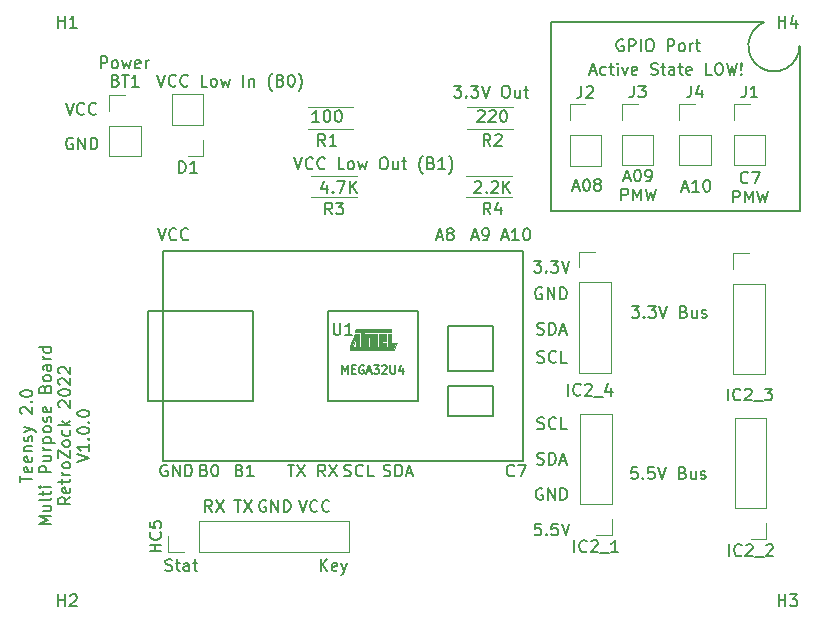
<source format=gbr>
%TF.GenerationSoftware,KiCad,Pcbnew,(6.0.0-0)*%
%TF.CreationDate,2022-01-07T12:45:36+01:00*%
%TF.ProjectId,TeensyTest,5465656e-7379-4546-9573-742e6b696361,rev?*%
%TF.SameCoordinates,Original*%
%TF.FileFunction,Legend,Top*%
%TF.FilePolarity,Positive*%
%FSLAX46Y46*%
G04 Gerber Fmt 4.6, Leading zero omitted, Abs format (unit mm)*
G04 Created by KiCad (PCBNEW (6.0.0-0)) date 2022-01-07 12:45:36*
%MOMM*%
%LPD*%
G01*
G04 APERTURE LIST*
%ADD10C,0.150000*%
%ADD11C,0.120000*%
%ADD12C,0.100000*%
G04 APERTURE END LIST*
D10*
X183000000Y-86000000D02*
G75*
G03*
X186000000Y-88000000I833333J-2000000D01*
G01*
X186000000Y-102000000D02*
X186000000Y-88000000D01*
X165000000Y-102000000D02*
X186000000Y-102000000D01*
X165000000Y-86000000D02*
X183000000Y-86000000D01*
X165000000Y-86000000D02*
X165000000Y-102000000D01*
X163809523Y-120404761D02*
X163952380Y-120452380D01*
X164190476Y-120452380D01*
X164285714Y-120404761D01*
X164333333Y-120357142D01*
X164380952Y-120261904D01*
X164380952Y-120166666D01*
X164333333Y-120071428D01*
X164285714Y-120023809D01*
X164190476Y-119976190D01*
X164000000Y-119928571D01*
X163904761Y-119880952D01*
X163857142Y-119833333D01*
X163809523Y-119738095D01*
X163809523Y-119642857D01*
X163857142Y-119547619D01*
X163904761Y-119500000D01*
X164000000Y-119452380D01*
X164238095Y-119452380D01*
X164380952Y-119500000D01*
X165380952Y-120357142D02*
X165333333Y-120404761D01*
X165190476Y-120452380D01*
X165095238Y-120452380D01*
X164952380Y-120404761D01*
X164857142Y-120309523D01*
X164809523Y-120214285D01*
X164761904Y-120023809D01*
X164761904Y-119880952D01*
X164809523Y-119690476D01*
X164857142Y-119595238D01*
X164952380Y-119500000D01*
X165095238Y-119452380D01*
X165190476Y-119452380D01*
X165333333Y-119500000D01*
X165380952Y-119547619D01*
X166285714Y-120452380D02*
X165809523Y-120452380D01*
X165809523Y-119452380D01*
X126823809Y-89902380D02*
X126823809Y-88902380D01*
X127204761Y-88902380D01*
X127300000Y-88950000D01*
X127347619Y-88997619D01*
X127395238Y-89092857D01*
X127395238Y-89235714D01*
X127347619Y-89330952D01*
X127300000Y-89378571D01*
X127204761Y-89426190D01*
X126823809Y-89426190D01*
X127966666Y-89902380D02*
X127871428Y-89854761D01*
X127823809Y-89807142D01*
X127776190Y-89711904D01*
X127776190Y-89426190D01*
X127823809Y-89330952D01*
X127871428Y-89283333D01*
X127966666Y-89235714D01*
X128109523Y-89235714D01*
X128204761Y-89283333D01*
X128252380Y-89330952D01*
X128300000Y-89426190D01*
X128300000Y-89711904D01*
X128252380Y-89807142D01*
X128204761Y-89854761D01*
X128109523Y-89902380D01*
X127966666Y-89902380D01*
X128633333Y-89235714D02*
X128823809Y-89902380D01*
X129014285Y-89426190D01*
X129204761Y-89902380D01*
X129395238Y-89235714D01*
X130157142Y-89854761D02*
X130061904Y-89902380D01*
X129871428Y-89902380D01*
X129776190Y-89854761D01*
X129728571Y-89759523D01*
X129728571Y-89378571D01*
X129776190Y-89283333D01*
X129871428Y-89235714D01*
X130061904Y-89235714D01*
X130157142Y-89283333D01*
X130204761Y-89378571D01*
X130204761Y-89473809D01*
X129728571Y-89569047D01*
X130633333Y-89902380D02*
X130633333Y-89235714D01*
X130633333Y-89426190D02*
X130680952Y-89330952D01*
X130728571Y-89283333D01*
X130823809Y-89235714D01*
X130919047Y-89235714D01*
X140813095Y-126500000D02*
X140717857Y-126452380D01*
X140575000Y-126452380D01*
X140432142Y-126500000D01*
X140336904Y-126595238D01*
X140289285Y-126690476D01*
X140241666Y-126880952D01*
X140241666Y-127023809D01*
X140289285Y-127214285D01*
X140336904Y-127309523D01*
X140432142Y-127404761D01*
X140575000Y-127452380D01*
X140670238Y-127452380D01*
X140813095Y-127404761D01*
X140860714Y-127357142D01*
X140860714Y-127023809D01*
X140670238Y-127023809D01*
X141289285Y-127452380D02*
X141289285Y-126452380D01*
X141860714Y-127452380D01*
X141860714Y-126452380D01*
X142336904Y-127452380D02*
X142336904Y-126452380D01*
X142575000Y-126452380D01*
X142717857Y-126500000D01*
X142813095Y-126595238D01*
X142860714Y-126690476D01*
X142908333Y-126880952D01*
X142908333Y-127023809D01*
X142860714Y-127214285D01*
X142813095Y-127309523D01*
X142717857Y-127404761D01*
X142575000Y-127452380D01*
X142336904Y-127452380D01*
X164095238Y-128452380D02*
X163619047Y-128452380D01*
X163571428Y-128928571D01*
X163619047Y-128880952D01*
X163714285Y-128833333D01*
X163952380Y-128833333D01*
X164047619Y-128880952D01*
X164095238Y-128928571D01*
X164142857Y-129023809D01*
X164142857Y-129261904D01*
X164095238Y-129357142D01*
X164047619Y-129404761D01*
X163952380Y-129452380D01*
X163714285Y-129452380D01*
X163619047Y-129404761D01*
X163571428Y-129357142D01*
X164571428Y-129357142D02*
X164619047Y-129404761D01*
X164571428Y-129452380D01*
X164523809Y-129404761D01*
X164571428Y-129357142D01*
X164571428Y-129452380D01*
X165523809Y-128452380D02*
X165047619Y-128452380D01*
X165000000Y-128928571D01*
X165047619Y-128880952D01*
X165142857Y-128833333D01*
X165380952Y-128833333D01*
X165476190Y-128880952D01*
X165523809Y-128928571D01*
X165571428Y-129023809D01*
X165571428Y-129261904D01*
X165523809Y-129357142D01*
X165476190Y-129404761D01*
X165380952Y-129452380D01*
X165142857Y-129452380D01*
X165047619Y-129404761D01*
X165000000Y-129357142D01*
X165857142Y-128452380D02*
X166190476Y-129452380D01*
X166523809Y-128452380D01*
X132463095Y-123500000D02*
X132367857Y-123452380D01*
X132225000Y-123452380D01*
X132082142Y-123500000D01*
X131986904Y-123595238D01*
X131939285Y-123690476D01*
X131891666Y-123880952D01*
X131891666Y-124023809D01*
X131939285Y-124214285D01*
X131986904Y-124309523D01*
X132082142Y-124404761D01*
X132225000Y-124452380D01*
X132320238Y-124452380D01*
X132463095Y-124404761D01*
X132510714Y-124357142D01*
X132510714Y-124023809D01*
X132320238Y-124023809D01*
X132939285Y-124452380D02*
X132939285Y-123452380D01*
X133510714Y-124452380D01*
X133510714Y-123452380D01*
X133986904Y-124452380D02*
X133986904Y-123452380D01*
X134225000Y-123452380D01*
X134367857Y-123500000D01*
X134463095Y-123595238D01*
X134510714Y-123690476D01*
X134558333Y-123880952D01*
X134558333Y-124023809D01*
X134510714Y-124214285D01*
X134463095Y-124309523D01*
X134367857Y-124404761D01*
X134225000Y-124452380D01*
X133986904Y-124452380D01*
X150785714Y-124404761D02*
X150928571Y-124452380D01*
X151166666Y-124452380D01*
X151261904Y-124404761D01*
X151309523Y-124357142D01*
X151357142Y-124261904D01*
X151357142Y-124166666D01*
X151309523Y-124071428D01*
X151261904Y-124023809D01*
X151166666Y-123976190D01*
X150976190Y-123928571D01*
X150880952Y-123880952D01*
X150833333Y-123833333D01*
X150785714Y-123738095D01*
X150785714Y-123642857D01*
X150833333Y-123547619D01*
X150880952Y-123500000D01*
X150976190Y-123452380D01*
X151214285Y-123452380D01*
X151357142Y-123500000D01*
X151785714Y-124452380D02*
X151785714Y-123452380D01*
X152023809Y-123452380D01*
X152166666Y-123500000D01*
X152261904Y-123595238D01*
X152309523Y-123690476D01*
X152357142Y-123880952D01*
X152357142Y-124023809D01*
X152309523Y-124214285D01*
X152261904Y-124309523D01*
X152166666Y-124404761D01*
X152023809Y-124452380D01*
X151785714Y-124452380D01*
X152738095Y-124166666D02*
X153214285Y-124166666D01*
X152642857Y-124452380D02*
X152976190Y-123452380D01*
X153309523Y-124452380D01*
X155285714Y-104166666D02*
X155761904Y-104166666D01*
X155190476Y-104452380D02*
X155523809Y-103452380D01*
X155857142Y-104452380D01*
X156333333Y-103880952D02*
X156238095Y-103833333D01*
X156190476Y-103785714D01*
X156142857Y-103690476D01*
X156142857Y-103642857D01*
X156190476Y-103547619D01*
X156238095Y-103500000D01*
X156333333Y-103452380D01*
X156523809Y-103452380D01*
X156619047Y-103500000D01*
X156666666Y-103547619D01*
X156714285Y-103642857D01*
X156714285Y-103690476D01*
X156666666Y-103785714D01*
X156619047Y-103833333D01*
X156523809Y-103880952D01*
X156333333Y-103880952D01*
X156238095Y-103928571D01*
X156190476Y-103976190D01*
X156142857Y-104071428D01*
X156142857Y-104261904D01*
X156190476Y-104357142D01*
X156238095Y-104404761D01*
X156333333Y-104452380D01*
X156523809Y-104452380D01*
X156619047Y-104404761D01*
X156666666Y-104357142D01*
X156714285Y-104261904D01*
X156714285Y-104071428D01*
X156666666Y-103976190D01*
X156619047Y-103928571D01*
X156523809Y-103880952D01*
X163785714Y-112404761D02*
X163928571Y-112452380D01*
X164166666Y-112452380D01*
X164261904Y-112404761D01*
X164309523Y-112357142D01*
X164357142Y-112261904D01*
X164357142Y-112166666D01*
X164309523Y-112071428D01*
X164261904Y-112023809D01*
X164166666Y-111976190D01*
X163976190Y-111928571D01*
X163880952Y-111880952D01*
X163833333Y-111833333D01*
X163785714Y-111738095D01*
X163785714Y-111642857D01*
X163833333Y-111547619D01*
X163880952Y-111500000D01*
X163976190Y-111452380D01*
X164214285Y-111452380D01*
X164357142Y-111500000D01*
X164785714Y-112452380D02*
X164785714Y-111452380D01*
X165023809Y-111452380D01*
X165166666Y-111500000D01*
X165261904Y-111595238D01*
X165309523Y-111690476D01*
X165357142Y-111880952D01*
X165357142Y-112023809D01*
X165309523Y-112214285D01*
X165261904Y-112309523D01*
X165166666Y-112404761D01*
X165023809Y-112452380D01*
X164785714Y-112452380D01*
X165738095Y-112166666D02*
X166214285Y-112166666D01*
X165642857Y-112452380D02*
X165976190Y-111452380D01*
X166309523Y-112452380D01*
X156755952Y-91377380D02*
X157375000Y-91377380D01*
X157041666Y-91758333D01*
X157184523Y-91758333D01*
X157279761Y-91805952D01*
X157327380Y-91853571D01*
X157375000Y-91948809D01*
X157375000Y-92186904D01*
X157327380Y-92282142D01*
X157279761Y-92329761D01*
X157184523Y-92377380D01*
X156898809Y-92377380D01*
X156803571Y-92329761D01*
X156755952Y-92282142D01*
X157803571Y-92282142D02*
X157851190Y-92329761D01*
X157803571Y-92377380D01*
X157755952Y-92329761D01*
X157803571Y-92282142D01*
X157803571Y-92377380D01*
X158184523Y-91377380D02*
X158803571Y-91377380D01*
X158470238Y-91758333D01*
X158613095Y-91758333D01*
X158708333Y-91805952D01*
X158755952Y-91853571D01*
X158803571Y-91948809D01*
X158803571Y-92186904D01*
X158755952Y-92282142D01*
X158708333Y-92329761D01*
X158613095Y-92377380D01*
X158327380Y-92377380D01*
X158232142Y-92329761D01*
X158184523Y-92282142D01*
X159089285Y-91377380D02*
X159422619Y-92377380D01*
X159755952Y-91377380D01*
X161041666Y-91377380D02*
X161232142Y-91377380D01*
X161327380Y-91425000D01*
X161422619Y-91520238D01*
X161470238Y-91710714D01*
X161470238Y-92044047D01*
X161422619Y-92234523D01*
X161327380Y-92329761D01*
X161232142Y-92377380D01*
X161041666Y-92377380D01*
X160946428Y-92329761D01*
X160851190Y-92234523D01*
X160803571Y-92044047D01*
X160803571Y-91710714D01*
X160851190Y-91520238D01*
X160946428Y-91425000D01*
X161041666Y-91377380D01*
X162327380Y-91710714D02*
X162327380Y-92377380D01*
X161898809Y-91710714D02*
X161898809Y-92234523D01*
X161946428Y-92329761D01*
X162041666Y-92377380D01*
X162184523Y-92377380D01*
X162279761Y-92329761D01*
X162327380Y-92282142D01*
X162660714Y-91710714D02*
X163041666Y-91710714D01*
X162803571Y-91377380D02*
X162803571Y-92234523D01*
X162851190Y-92329761D01*
X162946428Y-92377380D01*
X163041666Y-92377380D01*
X172257142Y-123677380D02*
X171780952Y-123677380D01*
X171733333Y-124153571D01*
X171780952Y-124105952D01*
X171876190Y-124058333D01*
X172114285Y-124058333D01*
X172209523Y-124105952D01*
X172257142Y-124153571D01*
X172304761Y-124248809D01*
X172304761Y-124486904D01*
X172257142Y-124582142D01*
X172209523Y-124629761D01*
X172114285Y-124677380D01*
X171876190Y-124677380D01*
X171780952Y-124629761D01*
X171733333Y-124582142D01*
X172733333Y-124582142D02*
X172780952Y-124629761D01*
X172733333Y-124677380D01*
X172685714Y-124629761D01*
X172733333Y-124582142D01*
X172733333Y-124677380D01*
X173685714Y-123677380D02*
X173209523Y-123677380D01*
X173161904Y-124153571D01*
X173209523Y-124105952D01*
X173304761Y-124058333D01*
X173542857Y-124058333D01*
X173638095Y-124105952D01*
X173685714Y-124153571D01*
X173733333Y-124248809D01*
X173733333Y-124486904D01*
X173685714Y-124582142D01*
X173638095Y-124629761D01*
X173542857Y-124677380D01*
X173304761Y-124677380D01*
X173209523Y-124629761D01*
X173161904Y-124582142D01*
X174019047Y-123677380D02*
X174352380Y-124677380D01*
X174685714Y-123677380D01*
X176114285Y-124153571D02*
X176257142Y-124201190D01*
X176304761Y-124248809D01*
X176352380Y-124344047D01*
X176352380Y-124486904D01*
X176304761Y-124582142D01*
X176257142Y-124629761D01*
X176161904Y-124677380D01*
X175780952Y-124677380D01*
X175780952Y-123677380D01*
X176114285Y-123677380D01*
X176209523Y-123725000D01*
X176257142Y-123772619D01*
X176304761Y-123867857D01*
X176304761Y-123963095D01*
X176257142Y-124058333D01*
X176209523Y-124105952D01*
X176114285Y-124153571D01*
X175780952Y-124153571D01*
X177209523Y-124010714D02*
X177209523Y-124677380D01*
X176780952Y-124010714D02*
X176780952Y-124534523D01*
X176828571Y-124629761D01*
X176923809Y-124677380D01*
X177066666Y-124677380D01*
X177161904Y-124629761D01*
X177209523Y-124582142D01*
X177638095Y-124629761D02*
X177733333Y-124677380D01*
X177923809Y-124677380D01*
X178019047Y-124629761D01*
X178066666Y-124534523D01*
X178066666Y-124486904D01*
X178019047Y-124391666D01*
X177923809Y-124344047D01*
X177780952Y-124344047D01*
X177685714Y-124296428D01*
X177638095Y-124201190D01*
X177638095Y-124153571D01*
X177685714Y-124058333D01*
X177780952Y-124010714D01*
X177923809Y-124010714D01*
X178019047Y-124058333D01*
X166809523Y-99991666D02*
X167285714Y-99991666D01*
X166714285Y-100277380D02*
X167047619Y-99277380D01*
X167380952Y-100277380D01*
X167904761Y-99277380D02*
X168000000Y-99277380D01*
X168095238Y-99325000D01*
X168142857Y-99372619D01*
X168190476Y-99467857D01*
X168238095Y-99658333D01*
X168238095Y-99896428D01*
X168190476Y-100086904D01*
X168142857Y-100182142D01*
X168095238Y-100229761D01*
X168000000Y-100277380D01*
X167904761Y-100277380D01*
X167809523Y-100229761D01*
X167761904Y-100182142D01*
X167714285Y-100086904D01*
X167666666Y-99896428D01*
X167666666Y-99658333D01*
X167714285Y-99467857D01*
X167761904Y-99372619D01*
X167809523Y-99325000D01*
X167904761Y-99277380D01*
X168809523Y-99705952D02*
X168714285Y-99658333D01*
X168666666Y-99610714D01*
X168619047Y-99515476D01*
X168619047Y-99467857D01*
X168666666Y-99372619D01*
X168714285Y-99325000D01*
X168809523Y-99277380D01*
X169000000Y-99277380D01*
X169095238Y-99325000D01*
X169142857Y-99372619D01*
X169190476Y-99467857D01*
X169190476Y-99515476D01*
X169142857Y-99610714D01*
X169095238Y-99658333D01*
X169000000Y-99705952D01*
X168809523Y-99705952D01*
X168714285Y-99753571D01*
X168666666Y-99801190D01*
X168619047Y-99896428D01*
X168619047Y-100086904D01*
X168666666Y-100182142D01*
X168714285Y-100229761D01*
X168809523Y-100277380D01*
X169000000Y-100277380D01*
X169095238Y-100229761D01*
X169142857Y-100182142D01*
X169190476Y-100086904D01*
X169190476Y-99896428D01*
X169142857Y-99801190D01*
X169095238Y-99753571D01*
X169000000Y-99705952D01*
X171134523Y-99186666D02*
X171610714Y-99186666D01*
X171039285Y-99472380D02*
X171372619Y-98472380D01*
X171705952Y-99472380D01*
X172229761Y-98472380D02*
X172325000Y-98472380D01*
X172420238Y-98520000D01*
X172467857Y-98567619D01*
X172515476Y-98662857D01*
X172563095Y-98853333D01*
X172563095Y-99091428D01*
X172515476Y-99281904D01*
X172467857Y-99377142D01*
X172420238Y-99424761D01*
X172325000Y-99472380D01*
X172229761Y-99472380D01*
X172134523Y-99424761D01*
X172086904Y-99377142D01*
X172039285Y-99281904D01*
X171991666Y-99091428D01*
X171991666Y-98853333D01*
X172039285Y-98662857D01*
X172086904Y-98567619D01*
X172134523Y-98520000D01*
X172229761Y-98472380D01*
X173039285Y-99472380D02*
X173229761Y-99472380D01*
X173325000Y-99424761D01*
X173372619Y-99377142D01*
X173467857Y-99234285D01*
X173515476Y-99043809D01*
X173515476Y-98662857D01*
X173467857Y-98567619D01*
X173420238Y-98520000D01*
X173325000Y-98472380D01*
X173134523Y-98472380D01*
X173039285Y-98520000D01*
X172991666Y-98567619D01*
X172944047Y-98662857D01*
X172944047Y-98900952D01*
X172991666Y-98996190D01*
X173039285Y-99043809D01*
X173134523Y-99091428D01*
X173325000Y-99091428D01*
X173420238Y-99043809D01*
X173467857Y-98996190D01*
X173515476Y-98900952D01*
X170920238Y-101082380D02*
X170920238Y-100082380D01*
X171301190Y-100082380D01*
X171396428Y-100130000D01*
X171444047Y-100177619D01*
X171491666Y-100272857D01*
X171491666Y-100415714D01*
X171444047Y-100510952D01*
X171396428Y-100558571D01*
X171301190Y-100606190D01*
X170920238Y-100606190D01*
X171920238Y-101082380D02*
X171920238Y-100082380D01*
X172253571Y-100796666D01*
X172586904Y-100082380D01*
X172586904Y-101082380D01*
X172967857Y-100082380D02*
X173205952Y-101082380D01*
X173396428Y-100368095D01*
X173586904Y-101082380D01*
X173825000Y-100082380D01*
X158761904Y-93547619D02*
X158809523Y-93500000D01*
X158904761Y-93452380D01*
X159142857Y-93452380D01*
X159238095Y-93500000D01*
X159285714Y-93547619D01*
X159333333Y-93642857D01*
X159333333Y-93738095D01*
X159285714Y-93880952D01*
X158714285Y-94452380D01*
X159333333Y-94452380D01*
X159714285Y-93547619D02*
X159761904Y-93500000D01*
X159857142Y-93452380D01*
X160095238Y-93452380D01*
X160190476Y-93500000D01*
X160238095Y-93547619D01*
X160285714Y-93642857D01*
X160285714Y-93738095D01*
X160238095Y-93880952D01*
X159666666Y-94452380D01*
X160285714Y-94452380D01*
X160904761Y-93452380D02*
X161000000Y-93452380D01*
X161095238Y-93500000D01*
X161142857Y-93547619D01*
X161190476Y-93642857D01*
X161238095Y-93833333D01*
X161238095Y-94071428D01*
X161190476Y-94261904D01*
X161142857Y-94357142D01*
X161095238Y-94404761D01*
X161000000Y-94452380D01*
X160904761Y-94452380D01*
X160809523Y-94404761D01*
X160761904Y-94357142D01*
X160714285Y-94261904D01*
X160666666Y-94071428D01*
X160666666Y-93833333D01*
X160714285Y-93642857D01*
X160761904Y-93547619D01*
X160809523Y-93500000D01*
X160904761Y-93452380D01*
X142663095Y-123452380D02*
X143234523Y-123452380D01*
X142948809Y-124452380D02*
X142948809Y-123452380D01*
X143472619Y-123452380D02*
X144139285Y-124452380D01*
X144139285Y-123452380D02*
X143472619Y-124452380D01*
X135595238Y-123928571D02*
X135738095Y-123976190D01*
X135785714Y-124023809D01*
X135833333Y-124119047D01*
X135833333Y-124261904D01*
X135785714Y-124357142D01*
X135738095Y-124404761D01*
X135642857Y-124452380D01*
X135261904Y-124452380D01*
X135261904Y-123452380D01*
X135595238Y-123452380D01*
X135690476Y-123500000D01*
X135738095Y-123547619D01*
X135785714Y-123642857D01*
X135785714Y-123738095D01*
X135738095Y-123833333D01*
X135690476Y-123880952D01*
X135595238Y-123928571D01*
X135261904Y-123928571D01*
X136452380Y-123452380D02*
X136547619Y-123452380D01*
X136642857Y-123500000D01*
X136690476Y-123547619D01*
X136738095Y-123642857D01*
X136785714Y-123833333D01*
X136785714Y-124071428D01*
X136738095Y-124261904D01*
X136690476Y-124357142D01*
X136642857Y-124404761D01*
X136547619Y-124452380D01*
X136452380Y-124452380D01*
X136357142Y-124404761D01*
X136309523Y-124357142D01*
X136261904Y-124261904D01*
X136214285Y-124071428D01*
X136214285Y-123833333D01*
X136261904Y-123642857D01*
X136309523Y-123547619D01*
X136357142Y-123500000D01*
X136452380Y-123452380D01*
X138595238Y-123928571D02*
X138738095Y-123976190D01*
X138785714Y-124023809D01*
X138833333Y-124119047D01*
X138833333Y-124261904D01*
X138785714Y-124357142D01*
X138738095Y-124404761D01*
X138642857Y-124452380D01*
X138261904Y-124452380D01*
X138261904Y-123452380D01*
X138595238Y-123452380D01*
X138690476Y-123500000D01*
X138738095Y-123547619D01*
X138785714Y-123642857D01*
X138785714Y-123738095D01*
X138738095Y-123833333D01*
X138690476Y-123880952D01*
X138595238Y-123928571D01*
X138261904Y-123928571D01*
X139785714Y-124452380D02*
X139214285Y-124452380D01*
X139500000Y-124452380D02*
X139500000Y-123452380D01*
X139404761Y-123595238D01*
X139309523Y-123690476D01*
X139214285Y-123738095D01*
X176059523Y-100066666D02*
X176535714Y-100066666D01*
X175964285Y-100352380D02*
X176297619Y-99352380D01*
X176630952Y-100352380D01*
X177488095Y-100352380D02*
X176916666Y-100352380D01*
X177202380Y-100352380D02*
X177202380Y-99352380D01*
X177107142Y-99495238D01*
X177011904Y-99590476D01*
X176916666Y-99638095D01*
X178107142Y-99352380D02*
X178202380Y-99352380D01*
X178297619Y-99400000D01*
X178345238Y-99447619D01*
X178392857Y-99542857D01*
X178440476Y-99733333D01*
X178440476Y-99971428D01*
X178392857Y-100161904D01*
X178345238Y-100257142D01*
X178297619Y-100304761D01*
X178202380Y-100352380D01*
X178107142Y-100352380D01*
X178011904Y-100304761D01*
X177964285Y-100257142D01*
X177916666Y-100161904D01*
X177869047Y-99971428D01*
X177869047Y-99733333D01*
X177916666Y-99542857D01*
X177964285Y-99447619D01*
X178011904Y-99400000D01*
X178107142Y-99352380D01*
X164238095Y-125500000D02*
X164142857Y-125452380D01*
X164000000Y-125452380D01*
X163857142Y-125500000D01*
X163761904Y-125595238D01*
X163714285Y-125690476D01*
X163666666Y-125880952D01*
X163666666Y-126023809D01*
X163714285Y-126214285D01*
X163761904Y-126309523D01*
X163857142Y-126404761D01*
X164000000Y-126452380D01*
X164095238Y-126452380D01*
X164238095Y-126404761D01*
X164285714Y-126357142D01*
X164285714Y-126023809D01*
X164095238Y-126023809D01*
X164714285Y-126452380D02*
X164714285Y-125452380D01*
X165285714Y-126452380D01*
X165285714Y-125452380D01*
X165761904Y-126452380D02*
X165761904Y-125452380D01*
X166000000Y-125452380D01*
X166142857Y-125500000D01*
X166238095Y-125595238D01*
X166285714Y-125690476D01*
X166333333Y-125880952D01*
X166333333Y-126023809D01*
X166285714Y-126214285D01*
X166238095Y-126309523D01*
X166142857Y-126404761D01*
X166000000Y-126452380D01*
X165761904Y-126452380D01*
X161833333Y-124357142D02*
X161785714Y-124404761D01*
X161642857Y-124452380D01*
X161547619Y-124452380D01*
X161404761Y-124404761D01*
X161309523Y-124309523D01*
X161261904Y-124214285D01*
X161214285Y-124023809D01*
X161214285Y-123880952D01*
X161261904Y-123690476D01*
X161309523Y-123595238D01*
X161404761Y-123500000D01*
X161547619Y-123452380D01*
X161642857Y-123452380D01*
X161785714Y-123500000D01*
X161833333Y-123547619D01*
X162166666Y-123452380D02*
X162833333Y-123452380D01*
X162404761Y-124452380D01*
X145976190Y-99785714D02*
X145976190Y-100452380D01*
X145738095Y-99404761D02*
X145500000Y-100119047D01*
X146119047Y-100119047D01*
X146500000Y-100357142D02*
X146547619Y-100404761D01*
X146500000Y-100452380D01*
X146452380Y-100404761D01*
X146500000Y-100357142D01*
X146500000Y-100452380D01*
X146880952Y-99452380D02*
X147547619Y-99452380D01*
X147119047Y-100452380D01*
X147928571Y-100452380D02*
X147928571Y-99452380D01*
X148500000Y-100452380D02*
X148071428Y-99880952D01*
X148500000Y-99452380D02*
X147928571Y-100023809D01*
X120037380Y-124952380D02*
X120037380Y-124380952D01*
X121037380Y-124666666D02*
X120037380Y-124666666D01*
X120989761Y-123666666D02*
X121037380Y-123761904D01*
X121037380Y-123952380D01*
X120989761Y-124047619D01*
X120894523Y-124095238D01*
X120513571Y-124095238D01*
X120418333Y-124047619D01*
X120370714Y-123952380D01*
X120370714Y-123761904D01*
X120418333Y-123666666D01*
X120513571Y-123619047D01*
X120608809Y-123619047D01*
X120704047Y-124095238D01*
X120989761Y-122809523D02*
X121037380Y-122904761D01*
X121037380Y-123095238D01*
X120989761Y-123190476D01*
X120894523Y-123238095D01*
X120513571Y-123238095D01*
X120418333Y-123190476D01*
X120370714Y-123095238D01*
X120370714Y-122904761D01*
X120418333Y-122809523D01*
X120513571Y-122761904D01*
X120608809Y-122761904D01*
X120704047Y-123238095D01*
X120370714Y-122333333D02*
X121037380Y-122333333D01*
X120465952Y-122333333D02*
X120418333Y-122285714D01*
X120370714Y-122190476D01*
X120370714Y-122047619D01*
X120418333Y-121952380D01*
X120513571Y-121904761D01*
X121037380Y-121904761D01*
X120989761Y-121476190D02*
X121037380Y-121380952D01*
X121037380Y-121190476D01*
X120989761Y-121095238D01*
X120894523Y-121047619D01*
X120846904Y-121047619D01*
X120751666Y-121095238D01*
X120704047Y-121190476D01*
X120704047Y-121333333D01*
X120656428Y-121428571D01*
X120561190Y-121476190D01*
X120513571Y-121476190D01*
X120418333Y-121428571D01*
X120370714Y-121333333D01*
X120370714Y-121190476D01*
X120418333Y-121095238D01*
X120370714Y-120714285D02*
X121037380Y-120476190D01*
X120370714Y-120238095D02*
X121037380Y-120476190D01*
X121275476Y-120571428D01*
X121323095Y-120619047D01*
X121370714Y-120714285D01*
X120132619Y-119142857D02*
X120085000Y-119095238D01*
X120037380Y-119000000D01*
X120037380Y-118761904D01*
X120085000Y-118666666D01*
X120132619Y-118619047D01*
X120227857Y-118571428D01*
X120323095Y-118571428D01*
X120465952Y-118619047D01*
X121037380Y-119190476D01*
X121037380Y-118571428D01*
X120942142Y-118142857D02*
X120989761Y-118095238D01*
X121037380Y-118142857D01*
X120989761Y-118190476D01*
X120942142Y-118142857D01*
X121037380Y-118142857D01*
X120037380Y-117476190D02*
X120037380Y-117380952D01*
X120085000Y-117285714D01*
X120132619Y-117238095D01*
X120227857Y-117190476D01*
X120418333Y-117142857D01*
X120656428Y-117142857D01*
X120846904Y-117190476D01*
X120942142Y-117238095D01*
X120989761Y-117285714D01*
X121037380Y-117380952D01*
X121037380Y-117476190D01*
X120989761Y-117571428D01*
X120942142Y-117619047D01*
X120846904Y-117666666D01*
X120656428Y-117714285D01*
X120418333Y-117714285D01*
X120227857Y-117666666D01*
X120132619Y-117619047D01*
X120085000Y-117571428D01*
X120037380Y-117476190D01*
X122647380Y-128500000D02*
X121647380Y-128500000D01*
X122361666Y-128166666D01*
X121647380Y-127833333D01*
X122647380Y-127833333D01*
X121980714Y-126928571D02*
X122647380Y-126928571D01*
X121980714Y-127357142D02*
X122504523Y-127357142D01*
X122599761Y-127309523D01*
X122647380Y-127214285D01*
X122647380Y-127071428D01*
X122599761Y-126976190D01*
X122552142Y-126928571D01*
X122647380Y-126309523D02*
X122599761Y-126404761D01*
X122504523Y-126452380D01*
X121647380Y-126452380D01*
X121980714Y-126071428D02*
X121980714Y-125690476D01*
X121647380Y-125928571D02*
X122504523Y-125928571D01*
X122599761Y-125880952D01*
X122647380Y-125785714D01*
X122647380Y-125690476D01*
X122647380Y-125357142D02*
X121980714Y-125357142D01*
X121647380Y-125357142D02*
X121695000Y-125404761D01*
X121742619Y-125357142D01*
X121695000Y-125309523D01*
X121647380Y-125357142D01*
X121742619Y-125357142D01*
X122647380Y-124119047D02*
X121647380Y-124119047D01*
X121647380Y-123738095D01*
X121695000Y-123642857D01*
X121742619Y-123595238D01*
X121837857Y-123547619D01*
X121980714Y-123547619D01*
X122075952Y-123595238D01*
X122123571Y-123642857D01*
X122171190Y-123738095D01*
X122171190Y-124119047D01*
X121980714Y-122690476D02*
X122647380Y-122690476D01*
X121980714Y-123119047D02*
X122504523Y-123119047D01*
X122599761Y-123071428D01*
X122647380Y-122976190D01*
X122647380Y-122833333D01*
X122599761Y-122738095D01*
X122552142Y-122690476D01*
X122647380Y-122214285D02*
X121980714Y-122214285D01*
X122171190Y-122214285D02*
X122075952Y-122166666D01*
X122028333Y-122119047D01*
X121980714Y-122023809D01*
X121980714Y-121928571D01*
X121980714Y-121595238D02*
X122980714Y-121595238D01*
X122028333Y-121595238D02*
X121980714Y-121500000D01*
X121980714Y-121309523D01*
X122028333Y-121214285D01*
X122075952Y-121166666D01*
X122171190Y-121119047D01*
X122456904Y-121119047D01*
X122552142Y-121166666D01*
X122599761Y-121214285D01*
X122647380Y-121309523D01*
X122647380Y-121500000D01*
X122599761Y-121595238D01*
X122647380Y-120547619D02*
X122599761Y-120642857D01*
X122552142Y-120690476D01*
X122456904Y-120738095D01*
X122171190Y-120738095D01*
X122075952Y-120690476D01*
X122028333Y-120642857D01*
X121980714Y-120547619D01*
X121980714Y-120404761D01*
X122028333Y-120309523D01*
X122075952Y-120261904D01*
X122171190Y-120214285D01*
X122456904Y-120214285D01*
X122552142Y-120261904D01*
X122599761Y-120309523D01*
X122647380Y-120404761D01*
X122647380Y-120547619D01*
X122599761Y-119833333D02*
X122647380Y-119738095D01*
X122647380Y-119547619D01*
X122599761Y-119452380D01*
X122504523Y-119404761D01*
X122456904Y-119404761D01*
X122361666Y-119452380D01*
X122314047Y-119547619D01*
X122314047Y-119690476D01*
X122266428Y-119785714D01*
X122171190Y-119833333D01*
X122123571Y-119833333D01*
X122028333Y-119785714D01*
X121980714Y-119690476D01*
X121980714Y-119547619D01*
X122028333Y-119452380D01*
X122599761Y-118595238D02*
X122647380Y-118690476D01*
X122647380Y-118880952D01*
X122599761Y-118976190D01*
X122504523Y-119023809D01*
X122123571Y-119023809D01*
X122028333Y-118976190D01*
X121980714Y-118880952D01*
X121980714Y-118690476D01*
X122028333Y-118595238D01*
X122123571Y-118547619D01*
X122218809Y-118547619D01*
X122314047Y-119023809D01*
X122123571Y-117023809D02*
X122171190Y-116880952D01*
X122218809Y-116833333D01*
X122314047Y-116785714D01*
X122456904Y-116785714D01*
X122552142Y-116833333D01*
X122599761Y-116880952D01*
X122647380Y-116976190D01*
X122647380Y-117357142D01*
X121647380Y-117357142D01*
X121647380Y-117023809D01*
X121695000Y-116928571D01*
X121742619Y-116880952D01*
X121837857Y-116833333D01*
X121933095Y-116833333D01*
X122028333Y-116880952D01*
X122075952Y-116928571D01*
X122123571Y-117023809D01*
X122123571Y-117357142D01*
X122647380Y-116214285D02*
X122599761Y-116309523D01*
X122552142Y-116357142D01*
X122456904Y-116404761D01*
X122171190Y-116404761D01*
X122075952Y-116357142D01*
X122028333Y-116309523D01*
X121980714Y-116214285D01*
X121980714Y-116071428D01*
X122028333Y-115976190D01*
X122075952Y-115928571D01*
X122171190Y-115880952D01*
X122456904Y-115880952D01*
X122552142Y-115928571D01*
X122599761Y-115976190D01*
X122647380Y-116071428D01*
X122647380Y-116214285D01*
X122647380Y-115023809D02*
X122123571Y-115023809D01*
X122028333Y-115071428D01*
X121980714Y-115166666D01*
X121980714Y-115357142D01*
X122028333Y-115452380D01*
X122599761Y-115023809D02*
X122647380Y-115119047D01*
X122647380Y-115357142D01*
X122599761Y-115452380D01*
X122504523Y-115500000D01*
X122409285Y-115500000D01*
X122314047Y-115452380D01*
X122266428Y-115357142D01*
X122266428Y-115119047D01*
X122218809Y-115023809D01*
X122647380Y-114547619D02*
X121980714Y-114547619D01*
X122171190Y-114547619D02*
X122075952Y-114500000D01*
X122028333Y-114452380D01*
X121980714Y-114357142D01*
X121980714Y-114261904D01*
X122647380Y-113500000D02*
X121647380Y-113500000D01*
X122599761Y-113500000D02*
X122647380Y-113595238D01*
X122647380Y-113785714D01*
X122599761Y-113880952D01*
X122552142Y-113928571D01*
X122456904Y-113976190D01*
X122171190Y-113976190D01*
X122075952Y-113928571D01*
X122028333Y-113880952D01*
X121980714Y-113785714D01*
X121980714Y-113595238D01*
X122028333Y-113500000D01*
X124257380Y-126214285D02*
X123781190Y-126547619D01*
X124257380Y-126785714D02*
X123257380Y-126785714D01*
X123257380Y-126404761D01*
X123305000Y-126309523D01*
X123352619Y-126261904D01*
X123447857Y-126214285D01*
X123590714Y-126214285D01*
X123685952Y-126261904D01*
X123733571Y-126309523D01*
X123781190Y-126404761D01*
X123781190Y-126785714D01*
X124209761Y-125404761D02*
X124257380Y-125500000D01*
X124257380Y-125690476D01*
X124209761Y-125785714D01*
X124114523Y-125833333D01*
X123733571Y-125833333D01*
X123638333Y-125785714D01*
X123590714Y-125690476D01*
X123590714Y-125500000D01*
X123638333Y-125404761D01*
X123733571Y-125357142D01*
X123828809Y-125357142D01*
X123924047Y-125833333D01*
X123590714Y-125071428D02*
X123590714Y-124690476D01*
X123257380Y-124928571D02*
X124114523Y-124928571D01*
X124209761Y-124880952D01*
X124257380Y-124785714D01*
X124257380Y-124690476D01*
X124257380Y-124357142D02*
X123590714Y-124357142D01*
X123781190Y-124357142D02*
X123685952Y-124309523D01*
X123638333Y-124261904D01*
X123590714Y-124166666D01*
X123590714Y-124071428D01*
X124257380Y-123595238D02*
X124209761Y-123690476D01*
X124162142Y-123738095D01*
X124066904Y-123785714D01*
X123781190Y-123785714D01*
X123685952Y-123738095D01*
X123638333Y-123690476D01*
X123590714Y-123595238D01*
X123590714Y-123452380D01*
X123638333Y-123357142D01*
X123685952Y-123309523D01*
X123781190Y-123261904D01*
X124066904Y-123261904D01*
X124162142Y-123309523D01*
X124209761Y-123357142D01*
X124257380Y-123452380D01*
X124257380Y-123595238D01*
X123257380Y-122928571D02*
X123257380Y-122261904D01*
X124257380Y-122928571D01*
X124257380Y-122261904D01*
X124257380Y-121738095D02*
X124209761Y-121833333D01*
X124162142Y-121880952D01*
X124066904Y-121928571D01*
X123781190Y-121928571D01*
X123685952Y-121880952D01*
X123638333Y-121833333D01*
X123590714Y-121738095D01*
X123590714Y-121595238D01*
X123638333Y-121500000D01*
X123685952Y-121452380D01*
X123781190Y-121404761D01*
X124066904Y-121404761D01*
X124162142Y-121452380D01*
X124209761Y-121500000D01*
X124257380Y-121595238D01*
X124257380Y-121738095D01*
X124209761Y-120547619D02*
X124257380Y-120642857D01*
X124257380Y-120833333D01*
X124209761Y-120928571D01*
X124162142Y-120976190D01*
X124066904Y-121023809D01*
X123781190Y-121023809D01*
X123685952Y-120976190D01*
X123638333Y-120928571D01*
X123590714Y-120833333D01*
X123590714Y-120642857D01*
X123638333Y-120547619D01*
X124257380Y-120119047D02*
X123257380Y-120119047D01*
X123876428Y-120023809D02*
X124257380Y-119738095D01*
X123590714Y-119738095D02*
X123971666Y-120119047D01*
X123352619Y-118595238D02*
X123305000Y-118547619D01*
X123257380Y-118452380D01*
X123257380Y-118214285D01*
X123305000Y-118119047D01*
X123352619Y-118071428D01*
X123447857Y-118023809D01*
X123543095Y-118023809D01*
X123685952Y-118071428D01*
X124257380Y-118642857D01*
X124257380Y-118023809D01*
X123257380Y-117404761D02*
X123257380Y-117309523D01*
X123305000Y-117214285D01*
X123352619Y-117166666D01*
X123447857Y-117119047D01*
X123638333Y-117071428D01*
X123876428Y-117071428D01*
X124066904Y-117119047D01*
X124162142Y-117166666D01*
X124209761Y-117214285D01*
X124257380Y-117309523D01*
X124257380Y-117404761D01*
X124209761Y-117500000D01*
X124162142Y-117547619D01*
X124066904Y-117595238D01*
X123876428Y-117642857D01*
X123638333Y-117642857D01*
X123447857Y-117595238D01*
X123352619Y-117547619D01*
X123305000Y-117500000D01*
X123257380Y-117404761D01*
X123352619Y-116690476D02*
X123305000Y-116642857D01*
X123257380Y-116547619D01*
X123257380Y-116309523D01*
X123305000Y-116214285D01*
X123352619Y-116166666D01*
X123447857Y-116119047D01*
X123543095Y-116119047D01*
X123685952Y-116166666D01*
X124257380Y-116738095D01*
X124257380Y-116119047D01*
X123352619Y-115738095D02*
X123305000Y-115690476D01*
X123257380Y-115595238D01*
X123257380Y-115357142D01*
X123305000Y-115261904D01*
X123352619Y-115214285D01*
X123447857Y-115166666D01*
X123543095Y-115166666D01*
X123685952Y-115214285D01*
X124257380Y-115785714D01*
X124257380Y-115166666D01*
X124867380Y-123238095D02*
X125867380Y-122904761D01*
X124867380Y-122571428D01*
X125867380Y-121714285D02*
X125867380Y-122285714D01*
X125867380Y-122000000D02*
X124867380Y-122000000D01*
X125010238Y-122095238D01*
X125105476Y-122190476D01*
X125153095Y-122285714D01*
X125772142Y-121285714D02*
X125819761Y-121238095D01*
X125867380Y-121285714D01*
X125819761Y-121333333D01*
X125772142Y-121285714D01*
X125867380Y-121285714D01*
X124867380Y-120619047D02*
X124867380Y-120523809D01*
X124915000Y-120428571D01*
X124962619Y-120380952D01*
X125057857Y-120333333D01*
X125248333Y-120285714D01*
X125486428Y-120285714D01*
X125676904Y-120333333D01*
X125772142Y-120380952D01*
X125819761Y-120428571D01*
X125867380Y-120523809D01*
X125867380Y-120619047D01*
X125819761Y-120714285D01*
X125772142Y-120761904D01*
X125676904Y-120809523D01*
X125486428Y-120857142D01*
X125248333Y-120857142D01*
X125057857Y-120809523D01*
X124962619Y-120761904D01*
X124915000Y-120714285D01*
X124867380Y-120619047D01*
X125772142Y-119857142D02*
X125819761Y-119809523D01*
X125867380Y-119857142D01*
X125819761Y-119904761D01*
X125772142Y-119857142D01*
X125867380Y-119857142D01*
X124867380Y-119190476D02*
X124867380Y-119095238D01*
X124915000Y-119000000D01*
X124962619Y-118952380D01*
X125057857Y-118904761D01*
X125248333Y-118857142D01*
X125486428Y-118857142D01*
X125676904Y-118904761D01*
X125772142Y-118952380D01*
X125819761Y-119000000D01*
X125867380Y-119095238D01*
X125867380Y-119190476D01*
X125819761Y-119285714D01*
X125772142Y-119333333D01*
X125676904Y-119380952D01*
X125486428Y-119428571D01*
X125248333Y-119428571D01*
X125057857Y-119380952D01*
X124962619Y-119333333D01*
X124915000Y-119285714D01*
X124867380Y-119190476D01*
X143238095Y-97452380D02*
X143571428Y-98452380D01*
X143904761Y-97452380D01*
X144809523Y-98357142D02*
X144761904Y-98404761D01*
X144619047Y-98452380D01*
X144523809Y-98452380D01*
X144380952Y-98404761D01*
X144285714Y-98309523D01*
X144238095Y-98214285D01*
X144190476Y-98023809D01*
X144190476Y-97880952D01*
X144238095Y-97690476D01*
X144285714Y-97595238D01*
X144380952Y-97500000D01*
X144523809Y-97452380D01*
X144619047Y-97452380D01*
X144761904Y-97500000D01*
X144809523Y-97547619D01*
X145809523Y-98357142D02*
X145761904Y-98404761D01*
X145619047Y-98452380D01*
X145523809Y-98452380D01*
X145380952Y-98404761D01*
X145285714Y-98309523D01*
X145238095Y-98214285D01*
X145190476Y-98023809D01*
X145190476Y-97880952D01*
X145238095Y-97690476D01*
X145285714Y-97595238D01*
X145380952Y-97500000D01*
X145523809Y-97452380D01*
X145619047Y-97452380D01*
X145761904Y-97500000D01*
X145809523Y-97547619D01*
X147476190Y-98452380D02*
X147000000Y-98452380D01*
X147000000Y-97452380D01*
X147952380Y-98452380D02*
X147857142Y-98404761D01*
X147809523Y-98357142D01*
X147761904Y-98261904D01*
X147761904Y-97976190D01*
X147809523Y-97880952D01*
X147857142Y-97833333D01*
X147952380Y-97785714D01*
X148095238Y-97785714D01*
X148190476Y-97833333D01*
X148238095Y-97880952D01*
X148285714Y-97976190D01*
X148285714Y-98261904D01*
X148238095Y-98357142D01*
X148190476Y-98404761D01*
X148095238Y-98452380D01*
X147952380Y-98452380D01*
X148619047Y-97785714D02*
X148809523Y-98452380D01*
X149000000Y-97976190D01*
X149190476Y-98452380D01*
X149380952Y-97785714D01*
X150714285Y-97452380D02*
X150904761Y-97452380D01*
X151000000Y-97500000D01*
X151095238Y-97595238D01*
X151142857Y-97785714D01*
X151142857Y-98119047D01*
X151095238Y-98309523D01*
X151000000Y-98404761D01*
X150904761Y-98452380D01*
X150714285Y-98452380D01*
X150619047Y-98404761D01*
X150523809Y-98309523D01*
X150476190Y-98119047D01*
X150476190Y-97785714D01*
X150523809Y-97595238D01*
X150619047Y-97500000D01*
X150714285Y-97452380D01*
X152000000Y-97785714D02*
X152000000Y-98452380D01*
X151571428Y-97785714D02*
X151571428Y-98309523D01*
X151619047Y-98404761D01*
X151714285Y-98452380D01*
X151857142Y-98452380D01*
X151952380Y-98404761D01*
X152000000Y-98357142D01*
X152333333Y-97785714D02*
X152714285Y-97785714D01*
X152476190Y-97452380D02*
X152476190Y-98309523D01*
X152523809Y-98404761D01*
X152619047Y-98452380D01*
X152714285Y-98452380D01*
X154095238Y-98833333D02*
X154047619Y-98785714D01*
X153952380Y-98642857D01*
X153904761Y-98547619D01*
X153857142Y-98404761D01*
X153809523Y-98166666D01*
X153809523Y-97976190D01*
X153857142Y-97738095D01*
X153904761Y-97595238D01*
X153952380Y-97500000D01*
X154047619Y-97357142D01*
X154095238Y-97309523D01*
X154809523Y-97928571D02*
X154952380Y-97976190D01*
X155000000Y-98023809D01*
X155047619Y-98119047D01*
X155047619Y-98261904D01*
X155000000Y-98357142D01*
X154952380Y-98404761D01*
X154857142Y-98452380D01*
X154476190Y-98452380D01*
X154476190Y-97452380D01*
X154809523Y-97452380D01*
X154904761Y-97500000D01*
X154952380Y-97547619D01*
X155000000Y-97642857D01*
X155000000Y-97738095D01*
X154952380Y-97833333D01*
X154904761Y-97880952D01*
X154809523Y-97928571D01*
X154476190Y-97928571D01*
X156000000Y-98452380D02*
X155428571Y-98452380D01*
X155714285Y-98452380D02*
X155714285Y-97452380D01*
X155619047Y-97595238D01*
X155523809Y-97690476D01*
X155428571Y-97738095D01*
X156333333Y-98833333D02*
X156380952Y-98785714D01*
X156476190Y-98642857D01*
X156523809Y-98547619D01*
X156571428Y-98404761D01*
X156619047Y-98166666D01*
X156619047Y-97976190D01*
X156571428Y-97738095D01*
X156523809Y-97595238D01*
X156476190Y-97500000D01*
X156380952Y-97357142D01*
X156333333Y-97309523D01*
X168271428Y-90166666D02*
X168747619Y-90166666D01*
X168176190Y-90452380D02*
X168509523Y-89452380D01*
X168842857Y-90452380D01*
X169604761Y-90404761D02*
X169509523Y-90452380D01*
X169319047Y-90452380D01*
X169223809Y-90404761D01*
X169176190Y-90357142D01*
X169128571Y-90261904D01*
X169128571Y-89976190D01*
X169176190Y-89880952D01*
X169223809Y-89833333D01*
X169319047Y-89785714D01*
X169509523Y-89785714D01*
X169604761Y-89833333D01*
X169890476Y-89785714D02*
X170271428Y-89785714D01*
X170033333Y-89452380D02*
X170033333Y-90309523D01*
X170080952Y-90404761D01*
X170176190Y-90452380D01*
X170271428Y-90452380D01*
X170604761Y-90452380D02*
X170604761Y-89785714D01*
X170604761Y-89452380D02*
X170557142Y-89500000D01*
X170604761Y-89547619D01*
X170652380Y-89500000D01*
X170604761Y-89452380D01*
X170604761Y-89547619D01*
X170985714Y-89785714D02*
X171223809Y-90452380D01*
X171461904Y-89785714D01*
X172223809Y-90404761D02*
X172128571Y-90452380D01*
X171938095Y-90452380D01*
X171842857Y-90404761D01*
X171795238Y-90309523D01*
X171795238Y-89928571D01*
X171842857Y-89833333D01*
X171938095Y-89785714D01*
X172128571Y-89785714D01*
X172223809Y-89833333D01*
X172271428Y-89928571D01*
X172271428Y-90023809D01*
X171795238Y-90119047D01*
X173414285Y-90404761D02*
X173557142Y-90452380D01*
X173795238Y-90452380D01*
X173890476Y-90404761D01*
X173938095Y-90357142D01*
X173985714Y-90261904D01*
X173985714Y-90166666D01*
X173938095Y-90071428D01*
X173890476Y-90023809D01*
X173795238Y-89976190D01*
X173604761Y-89928571D01*
X173509523Y-89880952D01*
X173461904Y-89833333D01*
X173414285Y-89738095D01*
X173414285Y-89642857D01*
X173461904Y-89547619D01*
X173509523Y-89500000D01*
X173604761Y-89452380D01*
X173842857Y-89452380D01*
X173985714Y-89500000D01*
X174271428Y-89785714D02*
X174652380Y-89785714D01*
X174414285Y-89452380D02*
X174414285Y-90309523D01*
X174461904Y-90404761D01*
X174557142Y-90452380D01*
X174652380Y-90452380D01*
X175414285Y-90452380D02*
X175414285Y-89928571D01*
X175366666Y-89833333D01*
X175271428Y-89785714D01*
X175080952Y-89785714D01*
X174985714Y-89833333D01*
X175414285Y-90404761D02*
X175319047Y-90452380D01*
X175080952Y-90452380D01*
X174985714Y-90404761D01*
X174938095Y-90309523D01*
X174938095Y-90214285D01*
X174985714Y-90119047D01*
X175080952Y-90071428D01*
X175319047Y-90071428D01*
X175414285Y-90023809D01*
X175747619Y-89785714D02*
X176128571Y-89785714D01*
X175890476Y-89452380D02*
X175890476Y-90309523D01*
X175938095Y-90404761D01*
X176033333Y-90452380D01*
X176128571Y-90452380D01*
X176842857Y-90404761D02*
X176747619Y-90452380D01*
X176557142Y-90452380D01*
X176461904Y-90404761D01*
X176414285Y-90309523D01*
X176414285Y-89928571D01*
X176461904Y-89833333D01*
X176557142Y-89785714D01*
X176747619Y-89785714D01*
X176842857Y-89833333D01*
X176890476Y-89928571D01*
X176890476Y-90023809D01*
X176414285Y-90119047D01*
X178557142Y-90452380D02*
X178080952Y-90452380D01*
X178080952Y-89452380D01*
X179080952Y-89452380D02*
X179271428Y-89452380D01*
X179366666Y-89500000D01*
X179461904Y-89595238D01*
X179509523Y-89785714D01*
X179509523Y-90119047D01*
X179461904Y-90309523D01*
X179366666Y-90404761D01*
X179271428Y-90452380D01*
X179080952Y-90452380D01*
X178985714Y-90404761D01*
X178890476Y-90309523D01*
X178842857Y-90119047D01*
X178842857Y-89785714D01*
X178890476Y-89595238D01*
X178985714Y-89500000D01*
X179080952Y-89452380D01*
X179842857Y-89452380D02*
X180080952Y-90452380D01*
X180271428Y-89738095D01*
X180461904Y-90452380D01*
X180700000Y-89452380D01*
X181080952Y-90357142D02*
X181128571Y-90404761D01*
X181080952Y-90452380D01*
X181033333Y-90404761D01*
X181080952Y-90357142D01*
X181080952Y-90452380D01*
X181080952Y-90071428D02*
X181033333Y-89500000D01*
X181080952Y-89452380D01*
X181128571Y-89500000D01*
X181080952Y-90071428D01*
X181080952Y-89452380D01*
X143616666Y-126452380D02*
X143950000Y-127452380D01*
X144283333Y-126452380D01*
X145188095Y-127357142D02*
X145140476Y-127404761D01*
X144997619Y-127452380D01*
X144902380Y-127452380D01*
X144759523Y-127404761D01*
X144664285Y-127309523D01*
X144616666Y-127214285D01*
X144569047Y-127023809D01*
X144569047Y-126880952D01*
X144616666Y-126690476D01*
X144664285Y-126595238D01*
X144759523Y-126500000D01*
X144902380Y-126452380D01*
X144997619Y-126452380D01*
X145140476Y-126500000D01*
X145188095Y-126547619D01*
X146188095Y-127357142D02*
X146140476Y-127404761D01*
X145997619Y-127452380D01*
X145902380Y-127452380D01*
X145759523Y-127404761D01*
X145664285Y-127309523D01*
X145616666Y-127214285D01*
X145569047Y-127023809D01*
X145569047Y-126880952D01*
X145616666Y-126690476D01*
X145664285Y-126595238D01*
X145759523Y-126500000D01*
X145902380Y-126452380D01*
X145997619Y-126452380D01*
X146140476Y-126500000D01*
X146188095Y-126547619D01*
X181633333Y-99552142D02*
X181585714Y-99599761D01*
X181442857Y-99647380D01*
X181347619Y-99647380D01*
X181204761Y-99599761D01*
X181109523Y-99504523D01*
X181061904Y-99409285D01*
X181014285Y-99218809D01*
X181014285Y-99075952D01*
X181061904Y-98885476D01*
X181109523Y-98790238D01*
X181204761Y-98695000D01*
X181347619Y-98647380D01*
X181442857Y-98647380D01*
X181585714Y-98695000D01*
X181633333Y-98742619D01*
X181966666Y-98647380D02*
X182633333Y-98647380D01*
X182204761Y-99647380D01*
X180395238Y-101257380D02*
X180395238Y-100257380D01*
X180776190Y-100257380D01*
X180871428Y-100305000D01*
X180919047Y-100352619D01*
X180966666Y-100447857D01*
X180966666Y-100590714D01*
X180919047Y-100685952D01*
X180871428Y-100733571D01*
X180776190Y-100781190D01*
X180395238Y-100781190D01*
X181395238Y-101257380D02*
X181395238Y-100257380D01*
X181728571Y-100971666D01*
X182061904Y-100257380D01*
X182061904Y-101257380D01*
X182442857Y-100257380D02*
X182680952Y-101257380D01*
X182871428Y-100543095D01*
X183061904Y-101257380D01*
X183300000Y-100257380D01*
X164188095Y-108500000D02*
X164092857Y-108452380D01*
X163950000Y-108452380D01*
X163807142Y-108500000D01*
X163711904Y-108595238D01*
X163664285Y-108690476D01*
X163616666Y-108880952D01*
X163616666Y-109023809D01*
X163664285Y-109214285D01*
X163711904Y-109309523D01*
X163807142Y-109404761D01*
X163950000Y-109452380D01*
X164045238Y-109452380D01*
X164188095Y-109404761D01*
X164235714Y-109357142D01*
X164235714Y-109023809D01*
X164045238Y-109023809D01*
X164664285Y-109452380D02*
X164664285Y-108452380D01*
X165235714Y-109452380D01*
X165235714Y-108452380D01*
X165711904Y-109452380D02*
X165711904Y-108452380D01*
X165950000Y-108452380D01*
X166092857Y-108500000D01*
X166188095Y-108595238D01*
X166235714Y-108690476D01*
X166283333Y-108880952D01*
X166283333Y-109023809D01*
X166235714Y-109214285D01*
X166188095Y-109309523D01*
X166092857Y-109404761D01*
X165950000Y-109452380D01*
X165711904Y-109452380D01*
X158285714Y-104166666D02*
X158761904Y-104166666D01*
X158190476Y-104452380D02*
X158523809Y-103452380D01*
X158857142Y-104452380D01*
X159238095Y-104452380D02*
X159428571Y-104452380D01*
X159523809Y-104404761D01*
X159571428Y-104357142D01*
X159666666Y-104214285D01*
X159714285Y-104023809D01*
X159714285Y-103642857D01*
X159666666Y-103547619D01*
X159619047Y-103500000D01*
X159523809Y-103452380D01*
X159333333Y-103452380D01*
X159238095Y-103500000D01*
X159190476Y-103547619D01*
X159142857Y-103642857D01*
X159142857Y-103880952D01*
X159190476Y-103976190D01*
X159238095Y-104023809D01*
X159333333Y-104071428D01*
X159523809Y-104071428D01*
X159619047Y-104023809D01*
X159666666Y-103976190D01*
X159714285Y-103880952D01*
X123866666Y-92827380D02*
X124200000Y-93827380D01*
X124533333Y-92827380D01*
X125438095Y-93732142D02*
X125390476Y-93779761D01*
X125247619Y-93827380D01*
X125152380Y-93827380D01*
X125009523Y-93779761D01*
X124914285Y-93684523D01*
X124866666Y-93589285D01*
X124819047Y-93398809D01*
X124819047Y-93255952D01*
X124866666Y-93065476D01*
X124914285Y-92970238D01*
X125009523Y-92875000D01*
X125152380Y-92827380D01*
X125247619Y-92827380D01*
X125390476Y-92875000D01*
X125438095Y-92922619D01*
X126438095Y-93732142D02*
X126390476Y-93779761D01*
X126247619Y-93827380D01*
X126152380Y-93827380D01*
X126009523Y-93779761D01*
X125914285Y-93684523D01*
X125866666Y-93589285D01*
X125819047Y-93398809D01*
X125819047Y-93255952D01*
X125866666Y-93065476D01*
X125914285Y-92970238D01*
X126009523Y-92875000D01*
X126152380Y-92827380D01*
X126247619Y-92827380D01*
X126390476Y-92875000D01*
X126438095Y-92922619D01*
X171785714Y-110027380D02*
X172404761Y-110027380D01*
X172071428Y-110408333D01*
X172214285Y-110408333D01*
X172309523Y-110455952D01*
X172357142Y-110503571D01*
X172404761Y-110598809D01*
X172404761Y-110836904D01*
X172357142Y-110932142D01*
X172309523Y-110979761D01*
X172214285Y-111027380D01*
X171928571Y-111027380D01*
X171833333Y-110979761D01*
X171785714Y-110932142D01*
X172833333Y-110932142D02*
X172880952Y-110979761D01*
X172833333Y-111027380D01*
X172785714Y-110979761D01*
X172833333Y-110932142D01*
X172833333Y-111027380D01*
X173214285Y-110027380D02*
X173833333Y-110027380D01*
X173500000Y-110408333D01*
X173642857Y-110408333D01*
X173738095Y-110455952D01*
X173785714Y-110503571D01*
X173833333Y-110598809D01*
X173833333Y-110836904D01*
X173785714Y-110932142D01*
X173738095Y-110979761D01*
X173642857Y-111027380D01*
X173357142Y-111027380D01*
X173261904Y-110979761D01*
X173214285Y-110932142D01*
X174119047Y-110027380D02*
X174452380Y-111027380D01*
X174785714Y-110027380D01*
X176214285Y-110503571D02*
X176357142Y-110551190D01*
X176404761Y-110598809D01*
X176452380Y-110694047D01*
X176452380Y-110836904D01*
X176404761Y-110932142D01*
X176357142Y-110979761D01*
X176261904Y-111027380D01*
X175880952Y-111027380D01*
X175880952Y-110027380D01*
X176214285Y-110027380D01*
X176309523Y-110075000D01*
X176357142Y-110122619D01*
X176404761Y-110217857D01*
X176404761Y-110313095D01*
X176357142Y-110408333D01*
X176309523Y-110455952D01*
X176214285Y-110503571D01*
X175880952Y-110503571D01*
X177309523Y-110360714D02*
X177309523Y-111027380D01*
X176880952Y-110360714D02*
X176880952Y-110884523D01*
X176928571Y-110979761D01*
X177023809Y-111027380D01*
X177166666Y-111027380D01*
X177261904Y-110979761D01*
X177309523Y-110932142D01*
X177738095Y-110979761D02*
X177833333Y-111027380D01*
X178023809Y-111027380D01*
X178119047Y-110979761D01*
X178166666Y-110884523D01*
X178166666Y-110836904D01*
X178119047Y-110741666D01*
X178023809Y-110694047D01*
X177880952Y-110694047D01*
X177785714Y-110646428D01*
X177738095Y-110551190D01*
X177738095Y-110503571D01*
X177785714Y-110408333D01*
X177880952Y-110360714D01*
X178023809Y-110360714D01*
X178119047Y-110408333D01*
X131666666Y-103452380D02*
X132000000Y-104452380D01*
X132333333Y-103452380D01*
X133238095Y-104357142D02*
X133190476Y-104404761D01*
X133047619Y-104452380D01*
X132952380Y-104452380D01*
X132809523Y-104404761D01*
X132714285Y-104309523D01*
X132666666Y-104214285D01*
X132619047Y-104023809D01*
X132619047Y-103880952D01*
X132666666Y-103690476D01*
X132714285Y-103595238D01*
X132809523Y-103500000D01*
X132952380Y-103452380D01*
X133047619Y-103452380D01*
X133190476Y-103500000D01*
X133238095Y-103547619D01*
X134238095Y-104357142D02*
X134190476Y-104404761D01*
X134047619Y-104452380D01*
X133952380Y-104452380D01*
X133809523Y-104404761D01*
X133714285Y-104309523D01*
X133666666Y-104214285D01*
X133619047Y-104023809D01*
X133619047Y-103880952D01*
X133666666Y-103690476D01*
X133714285Y-103595238D01*
X133809523Y-103500000D01*
X133952380Y-103452380D01*
X134047619Y-103452380D01*
X134190476Y-103500000D01*
X134238095Y-103547619D01*
X136258333Y-127452380D02*
X135925000Y-126976190D01*
X135686904Y-127452380D02*
X135686904Y-126452380D01*
X136067857Y-126452380D01*
X136163095Y-126500000D01*
X136210714Y-126547619D01*
X136258333Y-126642857D01*
X136258333Y-126785714D01*
X136210714Y-126880952D01*
X136163095Y-126928571D01*
X136067857Y-126976190D01*
X135686904Y-126976190D01*
X136591666Y-126452380D02*
X137258333Y-127452380D01*
X137258333Y-126452380D02*
X136591666Y-127452380D01*
X163809523Y-114779761D02*
X163952380Y-114827380D01*
X164190476Y-114827380D01*
X164285714Y-114779761D01*
X164333333Y-114732142D01*
X164380952Y-114636904D01*
X164380952Y-114541666D01*
X164333333Y-114446428D01*
X164285714Y-114398809D01*
X164190476Y-114351190D01*
X164000000Y-114303571D01*
X163904761Y-114255952D01*
X163857142Y-114208333D01*
X163809523Y-114113095D01*
X163809523Y-114017857D01*
X163857142Y-113922619D01*
X163904761Y-113875000D01*
X164000000Y-113827380D01*
X164238095Y-113827380D01*
X164380952Y-113875000D01*
X165380952Y-114732142D02*
X165333333Y-114779761D01*
X165190476Y-114827380D01*
X165095238Y-114827380D01*
X164952380Y-114779761D01*
X164857142Y-114684523D01*
X164809523Y-114589285D01*
X164761904Y-114398809D01*
X164761904Y-114255952D01*
X164809523Y-114065476D01*
X164857142Y-113970238D01*
X164952380Y-113875000D01*
X165095238Y-113827380D01*
X165190476Y-113827380D01*
X165333333Y-113875000D01*
X165380952Y-113922619D01*
X166285714Y-114827380D02*
X165809523Y-114827380D01*
X165809523Y-113827380D01*
X163785714Y-123404761D02*
X163928571Y-123452380D01*
X164166666Y-123452380D01*
X164261904Y-123404761D01*
X164309523Y-123357142D01*
X164357142Y-123261904D01*
X164357142Y-123166666D01*
X164309523Y-123071428D01*
X164261904Y-123023809D01*
X164166666Y-122976190D01*
X163976190Y-122928571D01*
X163880952Y-122880952D01*
X163833333Y-122833333D01*
X163785714Y-122738095D01*
X163785714Y-122642857D01*
X163833333Y-122547619D01*
X163880952Y-122500000D01*
X163976190Y-122452380D01*
X164214285Y-122452380D01*
X164357142Y-122500000D01*
X164785714Y-123452380D02*
X164785714Y-122452380D01*
X165023809Y-122452380D01*
X165166666Y-122500000D01*
X165261904Y-122595238D01*
X165309523Y-122690476D01*
X165357142Y-122880952D01*
X165357142Y-123023809D01*
X165309523Y-123214285D01*
X165261904Y-123309523D01*
X165166666Y-123404761D01*
X165023809Y-123452380D01*
X164785714Y-123452380D01*
X165738095Y-123166666D02*
X166214285Y-123166666D01*
X165642857Y-123452380D02*
X165976190Y-122452380D01*
X166309523Y-123452380D01*
X171071428Y-87500000D02*
X170976190Y-87452380D01*
X170833333Y-87452380D01*
X170690476Y-87500000D01*
X170595238Y-87595238D01*
X170547619Y-87690476D01*
X170500000Y-87880952D01*
X170500000Y-88023809D01*
X170547619Y-88214285D01*
X170595238Y-88309523D01*
X170690476Y-88404761D01*
X170833333Y-88452380D01*
X170928571Y-88452380D01*
X171071428Y-88404761D01*
X171119047Y-88357142D01*
X171119047Y-88023809D01*
X170928571Y-88023809D01*
X171547619Y-88452380D02*
X171547619Y-87452380D01*
X171928571Y-87452380D01*
X172023809Y-87500000D01*
X172071428Y-87547619D01*
X172119047Y-87642857D01*
X172119047Y-87785714D01*
X172071428Y-87880952D01*
X172023809Y-87928571D01*
X171928571Y-87976190D01*
X171547619Y-87976190D01*
X172547619Y-88452380D02*
X172547619Y-87452380D01*
X173214285Y-87452380D02*
X173404761Y-87452380D01*
X173500000Y-87500000D01*
X173595238Y-87595238D01*
X173642857Y-87785714D01*
X173642857Y-88119047D01*
X173595238Y-88309523D01*
X173500000Y-88404761D01*
X173404761Y-88452380D01*
X173214285Y-88452380D01*
X173119047Y-88404761D01*
X173023809Y-88309523D01*
X172976190Y-88119047D01*
X172976190Y-87785714D01*
X173023809Y-87595238D01*
X173119047Y-87500000D01*
X173214285Y-87452380D01*
X174833333Y-88452380D02*
X174833333Y-87452380D01*
X175214285Y-87452380D01*
X175309523Y-87500000D01*
X175357142Y-87547619D01*
X175404761Y-87642857D01*
X175404761Y-87785714D01*
X175357142Y-87880952D01*
X175309523Y-87928571D01*
X175214285Y-87976190D01*
X174833333Y-87976190D01*
X175976190Y-88452380D02*
X175880952Y-88404761D01*
X175833333Y-88357142D01*
X175785714Y-88261904D01*
X175785714Y-87976190D01*
X175833333Y-87880952D01*
X175880952Y-87833333D01*
X175976190Y-87785714D01*
X176119047Y-87785714D01*
X176214285Y-87833333D01*
X176261904Y-87880952D01*
X176309523Y-87976190D01*
X176309523Y-88261904D01*
X176261904Y-88357142D01*
X176214285Y-88404761D01*
X176119047Y-88452380D01*
X175976190Y-88452380D01*
X176738095Y-88452380D02*
X176738095Y-87785714D01*
X176738095Y-87976190D02*
X176785714Y-87880952D01*
X176833333Y-87833333D01*
X176928571Y-87785714D01*
X177023809Y-87785714D01*
X177214285Y-87785714D02*
X177595238Y-87785714D01*
X177357142Y-87452380D02*
X177357142Y-88309523D01*
X177404761Y-88404761D01*
X177500000Y-88452380D01*
X177595238Y-88452380D01*
X163523809Y-106202380D02*
X164142857Y-106202380D01*
X163809523Y-106583333D01*
X163952380Y-106583333D01*
X164047619Y-106630952D01*
X164095238Y-106678571D01*
X164142857Y-106773809D01*
X164142857Y-107011904D01*
X164095238Y-107107142D01*
X164047619Y-107154761D01*
X163952380Y-107202380D01*
X163666666Y-107202380D01*
X163571428Y-107154761D01*
X163523809Y-107107142D01*
X164571428Y-107107142D02*
X164619047Y-107154761D01*
X164571428Y-107202380D01*
X164523809Y-107154761D01*
X164571428Y-107107142D01*
X164571428Y-107202380D01*
X164952380Y-106202380D02*
X165571428Y-106202380D01*
X165238095Y-106583333D01*
X165380952Y-106583333D01*
X165476190Y-106630952D01*
X165523809Y-106678571D01*
X165571428Y-106773809D01*
X165571428Y-107011904D01*
X165523809Y-107107142D01*
X165476190Y-107154761D01*
X165380952Y-107202380D01*
X165095238Y-107202380D01*
X165000000Y-107154761D01*
X164952380Y-107107142D01*
X165857142Y-106202380D02*
X166190476Y-107202380D01*
X166523809Y-106202380D01*
X160809523Y-104166666D02*
X161285714Y-104166666D01*
X160714285Y-104452380D02*
X161047619Y-103452380D01*
X161380952Y-104452380D01*
X162238095Y-104452380D02*
X161666666Y-104452380D01*
X161952380Y-104452380D02*
X161952380Y-103452380D01*
X161857142Y-103595238D01*
X161761904Y-103690476D01*
X161666666Y-103738095D01*
X162857142Y-103452380D02*
X162952380Y-103452380D01*
X163047619Y-103500000D01*
X163095238Y-103547619D01*
X163142857Y-103642857D01*
X163190476Y-103833333D01*
X163190476Y-104071428D01*
X163142857Y-104261904D01*
X163095238Y-104357142D01*
X163047619Y-104404761D01*
X162952380Y-104452380D01*
X162857142Y-104452380D01*
X162761904Y-104404761D01*
X162714285Y-104357142D01*
X162666666Y-104261904D01*
X162619047Y-104071428D01*
X162619047Y-103833333D01*
X162666666Y-103642857D01*
X162714285Y-103547619D01*
X162761904Y-103500000D01*
X162857142Y-103452380D01*
X132315476Y-132404761D02*
X132458333Y-132452380D01*
X132696428Y-132452380D01*
X132791666Y-132404761D01*
X132839285Y-132357142D01*
X132886904Y-132261904D01*
X132886904Y-132166666D01*
X132839285Y-132071428D01*
X132791666Y-132023809D01*
X132696428Y-131976190D01*
X132505952Y-131928571D01*
X132410714Y-131880952D01*
X132363095Y-131833333D01*
X132315476Y-131738095D01*
X132315476Y-131642857D01*
X132363095Y-131547619D01*
X132410714Y-131500000D01*
X132505952Y-131452380D01*
X132744047Y-131452380D01*
X132886904Y-131500000D01*
X133172619Y-131785714D02*
X133553571Y-131785714D01*
X133315476Y-131452380D02*
X133315476Y-132309523D01*
X133363095Y-132404761D01*
X133458333Y-132452380D01*
X133553571Y-132452380D01*
X134315476Y-132452380D02*
X134315476Y-131928571D01*
X134267857Y-131833333D01*
X134172619Y-131785714D01*
X133982142Y-131785714D01*
X133886904Y-131833333D01*
X134315476Y-132404761D02*
X134220238Y-132452380D01*
X133982142Y-132452380D01*
X133886904Y-132404761D01*
X133839285Y-132309523D01*
X133839285Y-132214285D01*
X133886904Y-132119047D01*
X133982142Y-132071428D01*
X134220238Y-132071428D01*
X134315476Y-132023809D01*
X134648809Y-131785714D02*
X135029761Y-131785714D01*
X134791666Y-131452380D02*
X134791666Y-132309523D01*
X134839285Y-132404761D01*
X134934523Y-132452380D01*
X135029761Y-132452380D01*
X131634523Y-90452380D02*
X131967857Y-91452380D01*
X132301190Y-90452380D01*
X133205952Y-91357142D02*
X133158333Y-91404761D01*
X133015476Y-91452380D01*
X132920238Y-91452380D01*
X132777380Y-91404761D01*
X132682142Y-91309523D01*
X132634523Y-91214285D01*
X132586904Y-91023809D01*
X132586904Y-90880952D01*
X132634523Y-90690476D01*
X132682142Y-90595238D01*
X132777380Y-90500000D01*
X132920238Y-90452380D01*
X133015476Y-90452380D01*
X133158333Y-90500000D01*
X133205952Y-90547619D01*
X134205952Y-91357142D02*
X134158333Y-91404761D01*
X134015476Y-91452380D01*
X133920238Y-91452380D01*
X133777380Y-91404761D01*
X133682142Y-91309523D01*
X133634523Y-91214285D01*
X133586904Y-91023809D01*
X133586904Y-90880952D01*
X133634523Y-90690476D01*
X133682142Y-90595238D01*
X133777380Y-90500000D01*
X133920238Y-90452380D01*
X134015476Y-90452380D01*
X134158333Y-90500000D01*
X134205952Y-90547619D01*
X135872619Y-91452380D02*
X135396428Y-91452380D01*
X135396428Y-90452380D01*
X136348809Y-91452380D02*
X136253571Y-91404761D01*
X136205952Y-91357142D01*
X136158333Y-91261904D01*
X136158333Y-90976190D01*
X136205952Y-90880952D01*
X136253571Y-90833333D01*
X136348809Y-90785714D01*
X136491666Y-90785714D01*
X136586904Y-90833333D01*
X136634523Y-90880952D01*
X136682142Y-90976190D01*
X136682142Y-91261904D01*
X136634523Y-91357142D01*
X136586904Y-91404761D01*
X136491666Y-91452380D01*
X136348809Y-91452380D01*
X137015476Y-90785714D02*
X137205952Y-91452380D01*
X137396428Y-90976190D01*
X137586904Y-91452380D01*
X137777380Y-90785714D01*
X138920238Y-91452380D02*
X138920238Y-90452380D01*
X139396428Y-90785714D02*
X139396428Y-91452380D01*
X139396428Y-90880952D02*
X139444047Y-90833333D01*
X139539285Y-90785714D01*
X139682142Y-90785714D01*
X139777380Y-90833333D01*
X139825000Y-90928571D01*
X139825000Y-91452380D01*
X141348809Y-91833333D02*
X141301190Y-91785714D01*
X141205952Y-91642857D01*
X141158333Y-91547619D01*
X141110714Y-91404761D01*
X141063095Y-91166666D01*
X141063095Y-90976190D01*
X141110714Y-90738095D01*
X141158333Y-90595238D01*
X141205952Y-90500000D01*
X141301190Y-90357142D01*
X141348809Y-90309523D01*
X142063095Y-90928571D02*
X142205952Y-90976190D01*
X142253571Y-91023809D01*
X142301190Y-91119047D01*
X142301190Y-91261904D01*
X142253571Y-91357142D01*
X142205952Y-91404761D01*
X142110714Y-91452380D01*
X141729761Y-91452380D01*
X141729761Y-90452380D01*
X142063095Y-90452380D01*
X142158333Y-90500000D01*
X142205952Y-90547619D01*
X142253571Y-90642857D01*
X142253571Y-90738095D01*
X142205952Y-90833333D01*
X142158333Y-90880952D01*
X142063095Y-90928571D01*
X141729761Y-90928571D01*
X142920238Y-90452380D02*
X143015476Y-90452380D01*
X143110714Y-90500000D01*
X143158333Y-90547619D01*
X143205952Y-90642857D01*
X143253571Y-90833333D01*
X143253571Y-91071428D01*
X143205952Y-91261904D01*
X143158333Y-91357142D01*
X143110714Y-91404761D01*
X143015476Y-91452380D01*
X142920238Y-91452380D01*
X142825000Y-91404761D01*
X142777380Y-91357142D01*
X142729761Y-91261904D01*
X142682142Y-91071428D01*
X142682142Y-90833333D01*
X142729761Y-90642857D01*
X142777380Y-90547619D01*
X142825000Y-90500000D01*
X142920238Y-90452380D01*
X143586904Y-91833333D02*
X143634523Y-91785714D01*
X143729761Y-91642857D01*
X143777380Y-91547619D01*
X143825000Y-91404761D01*
X143872619Y-91166666D01*
X143872619Y-90976190D01*
X143825000Y-90738095D01*
X143777380Y-90595238D01*
X143729761Y-90500000D01*
X143634523Y-90357142D01*
X143586904Y-90309523D01*
X145333333Y-94452380D02*
X144761904Y-94452380D01*
X145047619Y-94452380D02*
X145047619Y-93452380D01*
X144952380Y-93595238D01*
X144857142Y-93690476D01*
X144761904Y-93738095D01*
X145952380Y-93452380D02*
X146047619Y-93452380D01*
X146142857Y-93500000D01*
X146190476Y-93547619D01*
X146238095Y-93642857D01*
X146285714Y-93833333D01*
X146285714Y-94071428D01*
X146238095Y-94261904D01*
X146190476Y-94357142D01*
X146142857Y-94404761D01*
X146047619Y-94452380D01*
X145952380Y-94452380D01*
X145857142Y-94404761D01*
X145809523Y-94357142D01*
X145761904Y-94261904D01*
X145714285Y-94071428D01*
X145714285Y-93833333D01*
X145761904Y-93642857D01*
X145809523Y-93547619D01*
X145857142Y-93500000D01*
X145952380Y-93452380D01*
X146904761Y-93452380D02*
X147000000Y-93452380D01*
X147095238Y-93500000D01*
X147142857Y-93547619D01*
X147190476Y-93642857D01*
X147238095Y-93833333D01*
X147238095Y-94071428D01*
X147190476Y-94261904D01*
X147142857Y-94357142D01*
X147095238Y-94404761D01*
X147000000Y-94452380D01*
X146904761Y-94452380D01*
X146809523Y-94404761D01*
X146761904Y-94357142D01*
X146714285Y-94261904D01*
X146666666Y-94071428D01*
X146666666Y-93833333D01*
X146714285Y-93642857D01*
X146761904Y-93547619D01*
X146809523Y-93500000D01*
X146904761Y-93452380D01*
X145833333Y-124452380D02*
X145500000Y-123976190D01*
X145261904Y-124452380D02*
X145261904Y-123452380D01*
X145642857Y-123452380D01*
X145738095Y-123500000D01*
X145785714Y-123547619D01*
X145833333Y-123642857D01*
X145833333Y-123785714D01*
X145785714Y-123880952D01*
X145738095Y-123928571D01*
X145642857Y-123976190D01*
X145261904Y-123976190D01*
X146166666Y-123452380D02*
X146833333Y-124452380D01*
X146833333Y-123452380D02*
X146166666Y-124452380D01*
X124463095Y-95825000D02*
X124367857Y-95777380D01*
X124225000Y-95777380D01*
X124082142Y-95825000D01*
X123986904Y-95920238D01*
X123939285Y-96015476D01*
X123891666Y-96205952D01*
X123891666Y-96348809D01*
X123939285Y-96539285D01*
X123986904Y-96634523D01*
X124082142Y-96729761D01*
X124225000Y-96777380D01*
X124320238Y-96777380D01*
X124463095Y-96729761D01*
X124510714Y-96682142D01*
X124510714Y-96348809D01*
X124320238Y-96348809D01*
X124939285Y-96777380D02*
X124939285Y-95777380D01*
X125510714Y-96777380D01*
X125510714Y-95777380D01*
X125986904Y-96777380D02*
X125986904Y-95777380D01*
X126225000Y-95777380D01*
X126367857Y-95825000D01*
X126463095Y-95920238D01*
X126510714Y-96015476D01*
X126558333Y-96205952D01*
X126558333Y-96348809D01*
X126510714Y-96539285D01*
X126463095Y-96634523D01*
X126367857Y-96729761D01*
X126225000Y-96777380D01*
X125986904Y-96777380D01*
X158500000Y-99547619D02*
X158547619Y-99500000D01*
X158642857Y-99452380D01*
X158880952Y-99452380D01*
X158976190Y-99500000D01*
X159023809Y-99547619D01*
X159071428Y-99642857D01*
X159071428Y-99738095D01*
X159023809Y-99880952D01*
X158452380Y-100452380D01*
X159071428Y-100452380D01*
X159500000Y-100357142D02*
X159547619Y-100404761D01*
X159500000Y-100452380D01*
X159452380Y-100404761D01*
X159500000Y-100357142D01*
X159500000Y-100452380D01*
X159928571Y-99547619D02*
X159976190Y-99500000D01*
X160071428Y-99452380D01*
X160309523Y-99452380D01*
X160404761Y-99500000D01*
X160452380Y-99547619D01*
X160500000Y-99642857D01*
X160500000Y-99738095D01*
X160452380Y-99880952D01*
X159880952Y-100452380D01*
X160500000Y-100452380D01*
X160928571Y-100452380D02*
X160928571Y-99452380D01*
X161500000Y-100452380D02*
X161071428Y-99880952D01*
X161500000Y-99452380D02*
X160928571Y-100023809D01*
X147459523Y-124404761D02*
X147602380Y-124452380D01*
X147840476Y-124452380D01*
X147935714Y-124404761D01*
X147983333Y-124357142D01*
X148030952Y-124261904D01*
X148030952Y-124166666D01*
X147983333Y-124071428D01*
X147935714Y-124023809D01*
X147840476Y-123976190D01*
X147650000Y-123928571D01*
X147554761Y-123880952D01*
X147507142Y-123833333D01*
X147459523Y-123738095D01*
X147459523Y-123642857D01*
X147507142Y-123547619D01*
X147554761Y-123500000D01*
X147650000Y-123452380D01*
X147888095Y-123452380D01*
X148030952Y-123500000D01*
X149030952Y-124357142D02*
X148983333Y-124404761D01*
X148840476Y-124452380D01*
X148745238Y-124452380D01*
X148602380Y-124404761D01*
X148507142Y-124309523D01*
X148459523Y-124214285D01*
X148411904Y-124023809D01*
X148411904Y-123880952D01*
X148459523Y-123690476D01*
X148507142Y-123595238D01*
X148602380Y-123500000D01*
X148745238Y-123452380D01*
X148840476Y-123452380D01*
X148983333Y-123500000D01*
X149030952Y-123547619D01*
X149935714Y-124452380D02*
X149459523Y-124452380D01*
X149459523Y-123452380D01*
X138138095Y-126452380D02*
X138709523Y-126452380D01*
X138423809Y-127452380D02*
X138423809Y-126452380D01*
X138947619Y-126452380D02*
X139614285Y-127452380D01*
X139614285Y-126452380D02*
X138947619Y-127452380D01*
X145453571Y-132452380D02*
X145453571Y-131452380D01*
X146025000Y-132452380D02*
X145596428Y-131880952D01*
X146025000Y-131452380D02*
X145453571Y-132023809D01*
X146834523Y-132404761D02*
X146739285Y-132452380D01*
X146548809Y-132452380D01*
X146453571Y-132404761D01*
X146405952Y-132309523D01*
X146405952Y-131928571D01*
X146453571Y-131833333D01*
X146548809Y-131785714D01*
X146739285Y-131785714D01*
X146834523Y-131833333D01*
X146882142Y-131928571D01*
X146882142Y-132023809D01*
X146405952Y-132119047D01*
X147215476Y-131785714D02*
X147453571Y-132452380D01*
X147691666Y-131785714D02*
X147453571Y-132452380D01*
X147358333Y-132690476D01*
X147310714Y-132738095D01*
X147215476Y-132785714D01*
%TO.C,BT1*%
X128114285Y-90928571D02*
X128257142Y-90976190D01*
X128304761Y-91023809D01*
X128352380Y-91119047D01*
X128352380Y-91261904D01*
X128304761Y-91357142D01*
X128257142Y-91404761D01*
X128161904Y-91452380D01*
X127780952Y-91452380D01*
X127780952Y-90452380D01*
X128114285Y-90452380D01*
X128209523Y-90500000D01*
X128257142Y-90547619D01*
X128304761Y-90642857D01*
X128304761Y-90738095D01*
X128257142Y-90833333D01*
X128209523Y-90880952D01*
X128114285Y-90928571D01*
X127780952Y-90928571D01*
X128638095Y-90452380D02*
X129209523Y-90452380D01*
X128923809Y-91452380D02*
X128923809Y-90452380D01*
X130066666Y-91452380D02*
X129495238Y-91452380D01*
X129780952Y-91452380D02*
X129780952Y-90452380D01*
X129685714Y-90595238D01*
X129590476Y-90690476D01*
X129495238Y-90738095D01*
%TO.C,D1*%
X133461904Y-98757380D02*
X133461904Y-97757380D01*
X133700000Y-97757380D01*
X133842857Y-97805000D01*
X133938095Y-97900238D01*
X133985714Y-97995476D01*
X134033333Y-98185952D01*
X134033333Y-98328809D01*
X133985714Y-98519285D01*
X133938095Y-98614523D01*
X133842857Y-98709761D01*
X133700000Y-98757380D01*
X133461904Y-98757380D01*
X134985714Y-98757380D02*
X134414285Y-98757380D01*
X134700000Y-98757380D02*
X134700000Y-97757380D01*
X134604761Y-97900238D01*
X134509523Y-97995476D01*
X134414285Y-98043095D01*
%TO.C,J1*%
X181441666Y-91372380D02*
X181441666Y-92086666D01*
X181394047Y-92229523D01*
X181298809Y-92324761D01*
X181155952Y-92372380D01*
X181060714Y-92372380D01*
X182441666Y-92372380D02*
X181870238Y-92372380D01*
X182155952Y-92372380D02*
X182155952Y-91372380D01*
X182060714Y-91515238D01*
X181965476Y-91610476D01*
X181870238Y-91658095D01*
%TO.C,H3*%
X184238095Y-135452380D02*
X184238095Y-134452380D01*
X184238095Y-134928571D02*
X184809523Y-134928571D01*
X184809523Y-135452380D02*
X184809523Y-134452380D01*
X185190476Y-134452380D02*
X185809523Y-134452380D01*
X185476190Y-134833333D01*
X185619047Y-134833333D01*
X185714285Y-134880952D01*
X185761904Y-134928571D01*
X185809523Y-135023809D01*
X185809523Y-135261904D01*
X185761904Y-135357142D01*
X185714285Y-135404761D01*
X185619047Y-135452380D01*
X185333333Y-135452380D01*
X185238095Y-135404761D01*
X185190476Y-135357142D01*
%TO.C,HC5*%
X131980380Y-130801904D02*
X130980380Y-130801904D01*
X131456571Y-130801904D02*
X131456571Y-130230476D01*
X131980380Y-130230476D02*
X130980380Y-130230476D01*
X131885142Y-129182857D02*
X131932761Y-129230476D01*
X131980380Y-129373333D01*
X131980380Y-129468571D01*
X131932761Y-129611428D01*
X131837523Y-129706666D01*
X131742285Y-129754285D01*
X131551809Y-129801904D01*
X131408952Y-129801904D01*
X131218476Y-129754285D01*
X131123238Y-129706666D01*
X131028000Y-129611428D01*
X130980380Y-129468571D01*
X130980380Y-129373333D01*
X131028000Y-129230476D01*
X131075619Y-129182857D01*
X130980380Y-128278095D02*
X130980380Y-128754285D01*
X131456571Y-128801904D01*
X131408952Y-128754285D01*
X131361333Y-128659047D01*
X131361333Y-128420952D01*
X131408952Y-128325714D01*
X131456571Y-128278095D01*
X131551809Y-128230476D01*
X131789904Y-128230476D01*
X131885142Y-128278095D01*
X131932761Y-128325714D01*
X131980380Y-128420952D01*
X131980380Y-128659047D01*
X131932761Y-128754285D01*
X131885142Y-128801904D01*
%TO.C,H2*%
X123238095Y-135452380D02*
X123238095Y-134452380D01*
X123238095Y-134928571D02*
X123809523Y-134928571D01*
X123809523Y-135452380D02*
X123809523Y-134452380D01*
X124238095Y-134547619D02*
X124285714Y-134500000D01*
X124380952Y-134452380D01*
X124619047Y-134452380D01*
X124714285Y-134500000D01*
X124761904Y-134547619D01*
X124809523Y-134642857D01*
X124809523Y-134738095D01*
X124761904Y-134880952D01*
X124190476Y-135452380D01*
X124809523Y-135452380D01*
%TO.C,R3*%
X146433333Y-102272380D02*
X146100000Y-101796190D01*
X145861904Y-102272380D02*
X145861904Y-101272380D01*
X146242857Y-101272380D01*
X146338095Y-101320000D01*
X146385714Y-101367619D01*
X146433333Y-101462857D01*
X146433333Y-101605714D01*
X146385714Y-101700952D01*
X146338095Y-101748571D01*
X146242857Y-101796190D01*
X145861904Y-101796190D01*
X146766666Y-101272380D02*
X147385714Y-101272380D01*
X147052380Y-101653333D01*
X147195238Y-101653333D01*
X147290476Y-101700952D01*
X147338095Y-101748571D01*
X147385714Y-101843809D01*
X147385714Y-102081904D01*
X147338095Y-102177142D01*
X147290476Y-102224761D01*
X147195238Y-102272380D01*
X146909523Y-102272380D01*
X146814285Y-102224761D01*
X146766666Y-102177142D01*
%TO.C,H4*%
X184238095Y-86452380D02*
X184238095Y-85452380D01*
X184238095Y-85928571D02*
X184809523Y-85928571D01*
X184809523Y-86452380D02*
X184809523Y-85452380D01*
X185714285Y-85785714D02*
X185714285Y-86452380D01*
X185476190Y-85404761D02*
X185238095Y-86119047D01*
X185857142Y-86119047D01*
%TO.C,U1*%
X146558095Y-111452380D02*
X146558095Y-112261904D01*
X146605714Y-112357142D01*
X146653333Y-112404761D01*
X146748571Y-112452380D01*
X146939047Y-112452380D01*
X147034285Y-112404761D01*
X147081904Y-112357142D01*
X147129523Y-112261904D01*
X147129523Y-111452380D01*
X148129523Y-112452380D02*
X147558095Y-112452380D01*
X147843809Y-112452380D02*
X147843809Y-111452380D01*
X147748571Y-111595238D01*
X147653333Y-111690476D01*
X147558095Y-111738095D01*
X147293333Y-115759666D02*
X147293333Y-115059666D01*
X147526666Y-115559666D01*
X147760000Y-115059666D01*
X147760000Y-115759666D01*
X148093333Y-115393000D02*
X148326666Y-115393000D01*
X148426666Y-115759666D02*
X148093333Y-115759666D01*
X148093333Y-115059666D01*
X148426666Y-115059666D01*
X149093333Y-115093000D02*
X149026666Y-115059666D01*
X148926666Y-115059666D01*
X148826666Y-115093000D01*
X148760000Y-115159666D01*
X148726666Y-115226333D01*
X148693333Y-115359666D01*
X148693333Y-115459666D01*
X148726666Y-115593000D01*
X148760000Y-115659666D01*
X148826666Y-115726333D01*
X148926666Y-115759666D01*
X148993333Y-115759666D01*
X149093333Y-115726333D01*
X149126666Y-115693000D01*
X149126666Y-115459666D01*
X148993333Y-115459666D01*
X149393333Y-115559666D02*
X149726666Y-115559666D01*
X149326666Y-115759666D02*
X149560000Y-115059666D01*
X149793333Y-115759666D01*
X149960000Y-115059666D02*
X150393333Y-115059666D01*
X150160000Y-115326333D01*
X150260000Y-115326333D01*
X150326666Y-115359666D01*
X150360000Y-115393000D01*
X150393333Y-115459666D01*
X150393333Y-115626333D01*
X150360000Y-115693000D01*
X150326666Y-115726333D01*
X150260000Y-115759666D01*
X150060000Y-115759666D01*
X149993333Y-115726333D01*
X149960000Y-115693000D01*
X150660000Y-115126333D02*
X150693333Y-115093000D01*
X150760000Y-115059666D01*
X150926666Y-115059666D01*
X150993333Y-115093000D01*
X151026666Y-115126333D01*
X151060000Y-115193000D01*
X151060000Y-115259666D01*
X151026666Y-115359666D01*
X150626666Y-115759666D01*
X151060000Y-115759666D01*
X151360000Y-115059666D02*
X151360000Y-115626333D01*
X151393333Y-115693000D01*
X151426666Y-115726333D01*
X151493333Y-115759666D01*
X151626666Y-115759666D01*
X151693333Y-115726333D01*
X151726666Y-115693000D01*
X151760000Y-115626333D01*
X151760000Y-115059666D01*
X152393333Y-115293000D02*
X152393333Y-115759666D01*
X152226666Y-115026333D02*
X152060000Y-115526333D01*
X152493333Y-115526333D01*
%TO.C,H1*%
X123238095Y-86452380D02*
X123238095Y-85452380D01*
X123238095Y-85928571D02*
X123809523Y-85928571D01*
X123809523Y-86452380D02*
X123809523Y-85452380D01*
X124809523Y-86452380D02*
X124238095Y-86452380D01*
X124523809Y-86452380D02*
X124523809Y-85452380D01*
X124428571Y-85595238D01*
X124333333Y-85690476D01*
X124238095Y-85738095D01*
%TO.C,IC2_3*%
X179950666Y-118017380D02*
X179950666Y-117017380D01*
X180998285Y-117922142D02*
X180950666Y-117969761D01*
X180807809Y-118017380D01*
X180712571Y-118017380D01*
X180569714Y-117969761D01*
X180474476Y-117874523D01*
X180426857Y-117779285D01*
X180379238Y-117588809D01*
X180379238Y-117445952D01*
X180426857Y-117255476D01*
X180474476Y-117160238D01*
X180569714Y-117065000D01*
X180712571Y-117017380D01*
X180807809Y-117017380D01*
X180950666Y-117065000D01*
X180998285Y-117112619D01*
X181379238Y-117112619D02*
X181426857Y-117065000D01*
X181522095Y-117017380D01*
X181760190Y-117017380D01*
X181855428Y-117065000D01*
X181903047Y-117112619D01*
X181950666Y-117207857D01*
X181950666Y-117303095D01*
X181903047Y-117445952D01*
X181331619Y-118017380D01*
X181950666Y-118017380D01*
X182141142Y-118112619D02*
X182903047Y-118112619D01*
X183045904Y-117017380D02*
X183664952Y-117017380D01*
X183331619Y-117398333D01*
X183474476Y-117398333D01*
X183569714Y-117445952D01*
X183617333Y-117493571D01*
X183664952Y-117588809D01*
X183664952Y-117826904D01*
X183617333Y-117922142D01*
X183569714Y-117969761D01*
X183474476Y-118017380D01*
X183188761Y-118017380D01*
X183093523Y-117969761D01*
X183045904Y-117922142D01*
%TO.C,R1*%
X145833333Y-96472380D02*
X145500000Y-95996190D01*
X145261904Y-96472380D02*
X145261904Y-95472380D01*
X145642857Y-95472380D01*
X145738095Y-95520000D01*
X145785714Y-95567619D01*
X145833333Y-95662857D01*
X145833333Y-95805714D01*
X145785714Y-95900952D01*
X145738095Y-95948571D01*
X145642857Y-95996190D01*
X145261904Y-95996190D01*
X146785714Y-96472380D02*
X146214285Y-96472380D01*
X146500000Y-96472380D02*
X146500000Y-95472380D01*
X146404761Y-95615238D01*
X146309523Y-95710476D01*
X146214285Y-95758095D01*
%TO.C,J2*%
X167541666Y-91397380D02*
X167541666Y-92111666D01*
X167494047Y-92254523D01*
X167398809Y-92349761D01*
X167255952Y-92397380D01*
X167160714Y-92397380D01*
X167970238Y-91492619D02*
X168017857Y-91445000D01*
X168113095Y-91397380D01*
X168351190Y-91397380D01*
X168446428Y-91445000D01*
X168494047Y-91492619D01*
X168541666Y-91587857D01*
X168541666Y-91683095D01*
X168494047Y-91825952D01*
X167922619Y-92397380D01*
X168541666Y-92397380D01*
%TO.C,R2*%
X159833333Y-96472380D02*
X159500000Y-95996190D01*
X159261904Y-96472380D02*
X159261904Y-95472380D01*
X159642857Y-95472380D01*
X159738095Y-95520000D01*
X159785714Y-95567619D01*
X159833333Y-95662857D01*
X159833333Y-95805714D01*
X159785714Y-95900952D01*
X159738095Y-95948571D01*
X159642857Y-95996190D01*
X159261904Y-95996190D01*
X160214285Y-95567619D02*
X160261904Y-95520000D01*
X160357142Y-95472380D01*
X160595238Y-95472380D01*
X160690476Y-95520000D01*
X160738095Y-95567619D01*
X160785714Y-95662857D01*
X160785714Y-95758095D01*
X160738095Y-95900952D01*
X160166666Y-96472380D01*
X160785714Y-96472380D01*
%TO.C,IC2_2*%
X180041666Y-131207380D02*
X180041666Y-130207380D01*
X181089285Y-131112142D02*
X181041666Y-131159761D01*
X180898809Y-131207380D01*
X180803571Y-131207380D01*
X180660714Y-131159761D01*
X180565476Y-131064523D01*
X180517857Y-130969285D01*
X180470238Y-130778809D01*
X180470238Y-130635952D01*
X180517857Y-130445476D01*
X180565476Y-130350238D01*
X180660714Y-130255000D01*
X180803571Y-130207380D01*
X180898809Y-130207380D01*
X181041666Y-130255000D01*
X181089285Y-130302619D01*
X181470238Y-130302619D02*
X181517857Y-130255000D01*
X181613095Y-130207380D01*
X181851190Y-130207380D01*
X181946428Y-130255000D01*
X181994047Y-130302619D01*
X182041666Y-130397857D01*
X182041666Y-130493095D01*
X181994047Y-130635952D01*
X181422619Y-131207380D01*
X182041666Y-131207380D01*
X182232142Y-131302619D02*
X182994047Y-131302619D01*
X183184523Y-130302619D02*
X183232142Y-130255000D01*
X183327380Y-130207380D01*
X183565476Y-130207380D01*
X183660714Y-130255000D01*
X183708333Y-130302619D01*
X183755952Y-130397857D01*
X183755952Y-130493095D01*
X183708333Y-130635952D01*
X183136904Y-131207380D01*
X183755952Y-131207380D01*
%TO.C,J3*%
X171966666Y-91372380D02*
X171966666Y-92086666D01*
X171919047Y-92229523D01*
X171823809Y-92324761D01*
X171680952Y-92372380D01*
X171585714Y-92372380D01*
X172347619Y-91372380D02*
X172966666Y-91372380D01*
X172633333Y-91753333D01*
X172776190Y-91753333D01*
X172871428Y-91800952D01*
X172919047Y-91848571D01*
X172966666Y-91943809D01*
X172966666Y-92181904D01*
X172919047Y-92277142D01*
X172871428Y-92324761D01*
X172776190Y-92372380D01*
X172490476Y-92372380D01*
X172395238Y-92324761D01*
X172347619Y-92277142D01*
%TO.C,R4*%
X159833333Y-102272380D02*
X159500000Y-101796190D01*
X159261904Y-102272380D02*
X159261904Y-101272380D01*
X159642857Y-101272380D01*
X159738095Y-101320000D01*
X159785714Y-101367619D01*
X159833333Y-101462857D01*
X159833333Y-101605714D01*
X159785714Y-101700952D01*
X159738095Y-101748571D01*
X159642857Y-101796190D01*
X159261904Y-101796190D01*
X160690476Y-101605714D02*
X160690476Y-102272380D01*
X160452380Y-101224761D02*
X160214285Y-101939047D01*
X160833333Y-101939047D01*
%TO.C,IC2_4*%
X166416666Y-117612380D02*
X166416666Y-116612380D01*
X167464285Y-117517142D02*
X167416666Y-117564761D01*
X167273809Y-117612380D01*
X167178571Y-117612380D01*
X167035714Y-117564761D01*
X166940476Y-117469523D01*
X166892857Y-117374285D01*
X166845238Y-117183809D01*
X166845238Y-117040952D01*
X166892857Y-116850476D01*
X166940476Y-116755238D01*
X167035714Y-116660000D01*
X167178571Y-116612380D01*
X167273809Y-116612380D01*
X167416666Y-116660000D01*
X167464285Y-116707619D01*
X167845238Y-116707619D02*
X167892857Y-116660000D01*
X167988095Y-116612380D01*
X168226190Y-116612380D01*
X168321428Y-116660000D01*
X168369047Y-116707619D01*
X168416666Y-116802857D01*
X168416666Y-116898095D01*
X168369047Y-117040952D01*
X167797619Y-117612380D01*
X168416666Y-117612380D01*
X168607142Y-117707619D02*
X169369047Y-117707619D01*
X170035714Y-116945714D02*
X170035714Y-117612380D01*
X169797619Y-116564761D02*
X169559523Y-117279047D01*
X170178571Y-117279047D01*
%TO.C,IC2_1*%
X166923666Y-130866380D02*
X166923666Y-129866380D01*
X167971285Y-130771142D02*
X167923666Y-130818761D01*
X167780809Y-130866380D01*
X167685571Y-130866380D01*
X167542714Y-130818761D01*
X167447476Y-130723523D01*
X167399857Y-130628285D01*
X167352238Y-130437809D01*
X167352238Y-130294952D01*
X167399857Y-130104476D01*
X167447476Y-130009238D01*
X167542714Y-129914000D01*
X167685571Y-129866380D01*
X167780809Y-129866380D01*
X167923666Y-129914000D01*
X167971285Y-129961619D01*
X168352238Y-129961619D02*
X168399857Y-129914000D01*
X168495095Y-129866380D01*
X168733190Y-129866380D01*
X168828428Y-129914000D01*
X168876047Y-129961619D01*
X168923666Y-130056857D01*
X168923666Y-130152095D01*
X168876047Y-130294952D01*
X168304619Y-130866380D01*
X168923666Y-130866380D01*
X169114142Y-130961619D02*
X169876047Y-130961619D01*
X170637952Y-130866380D02*
X170066523Y-130866380D01*
X170352238Y-130866380D02*
X170352238Y-129866380D01*
X170257000Y-130009238D01*
X170161761Y-130104476D01*
X170066523Y-130152095D01*
%TO.C,J4*%
X176816666Y-91372380D02*
X176816666Y-92086666D01*
X176769047Y-92229523D01*
X176673809Y-92324761D01*
X176530952Y-92372380D01*
X176435714Y-92372380D01*
X177721428Y-91705714D02*
X177721428Y-92372380D01*
X177483333Y-91324761D02*
X177245238Y-92039047D01*
X177864285Y-92039047D01*
D11*
%TO.C,BT1*%
X127570000Y-93500000D02*
X127570000Y-92170000D01*
X130230000Y-94770000D02*
X130230000Y-97370000D01*
X127570000Y-94770000D02*
X130230000Y-94770000D01*
X127570000Y-92170000D02*
X128900000Y-92170000D01*
X127570000Y-97370000D02*
X130230000Y-97370000D01*
X127570000Y-94770000D02*
X127570000Y-97370000D01*
%TO.C,D1*%
X135530000Y-94705000D02*
X132870000Y-94705000D01*
X132870000Y-94705000D02*
X132870000Y-92105000D01*
X135530000Y-95975000D02*
X135530000Y-97305000D01*
X135530000Y-97305000D02*
X134200000Y-97305000D01*
X135530000Y-94705000D02*
X135530000Y-92105000D01*
X135530000Y-92105000D02*
X132870000Y-92105000D01*
%TO.C,J1*%
X183105000Y-95520000D02*
X183105000Y-98120000D01*
X180445000Y-95520000D02*
X183105000Y-95520000D01*
X180445000Y-92920000D02*
X181775000Y-92920000D01*
X180445000Y-94250000D02*
X180445000Y-92920000D01*
X180445000Y-98120000D02*
X183105000Y-98120000D01*
X180445000Y-95520000D02*
X180445000Y-98120000D01*
%TO.C,HC5*%
X135128000Y-128210000D02*
X147888000Y-128210000D01*
X132528000Y-130870000D02*
X132528000Y-129540000D01*
X147888000Y-130870000D02*
X147888000Y-128210000D01*
X135128000Y-130870000D02*
X147888000Y-130870000D01*
X135128000Y-130870000D02*
X135128000Y-128210000D01*
X133858000Y-130870000D02*
X132528000Y-130870000D01*
%TO.C,R3*%
X148520000Y-98980000D02*
X144680000Y-98980000D01*
X148520000Y-100820000D02*
X144680000Y-100820000D01*
D10*
%TO.C,U1*%
X160020000Y-111760000D02*
X156210000Y-111760000D01*
X156210000Y-111760000D02*
X156210000Y-114300000D01*
X146050000Y-118110000D02*
X153670000Y-118110000D01*
X156210000Y-116840000D02*
X156210000Y-119380000D01*
X162560000Y-123190000D02*
X132080000Y-123190000D01*
X156210000Y-115570000D02*
X160020000Y-115570000D01*
X130810000Y-118110000D02*
X130810000Y-110490000D01*
X132080000Y-105410000D02*
X162560000Y-105410000D01*
X162560000Y-105410000D02*
X162560000Y-123190000D01*
X156210000Y-114300000D02*
X156210000Y-115570000D01*
X132080000Y-123190000D02*
X132080000Y-105410000D01*
X146050000Y-110490000D02*
X146050000Y-118110000D01*
X160020000Y-119380000D02*
X160020000Y-116840000D01*
X139700000Y-110490000D02*
X139700000Y-118110000D01*
X130810000Y-110490000D02*
X139700000Y-110490000D01*
X156210000Y-119380000D02*
X160020000Y-119380000D01*
X160020000Y-115570000D02*
X160020000Y-111760000D01*
X139700000Y-118110000D02*
X130810000Y-118110000D01*
X153670000Y-110490000D02*
X146050000Y-110490000D01*
X153670000Y-118110000D02*
X153670000Y-110490000D01*
X160020000Y-116840000D02*
X156210000Y-116840000D01*
D12*
X147955000Y-113538000D02*
X151765000Y-113538000D01*
X151765000Y-113538000D02*
X151638000Y-113792000D01*
X151638000Y-113792000D02*
X147955000Y-113792000D01*
X147955000Y-113792000D02*
X147955000Y-113538000D01*
G36*
X151638000Y-113792000D02*
G01*
X147955000Y-113792000D01*
X147955000Y-113538000D01*
X151765000Y-113538000D01*
X151638000Y-113792000D01*
G37*
X151638000Y-113792000D02*
X147955000Y-113792000D01*
X147955000Y-113538000D01*
X151765000Y-113538000D01*
X151638000Y-113792000D01*
X151130000Y-112395000D02*
X151130000Y-113411000D01*
X151130000Y-113411000D02*
X151765000Y-113411000D01*
X151765000Y-113411000D02*
X151892000Y-113157000D01*
X151892000Y-113157000D02*
X151384000Y-113157000D01*
X151384000Y-113157000D02*
X151384000Y-112395000D01*
X151384000Y-112395000D02*
X151130000Y-112395000D01*
G36*
X151384000Y-113157000D02*
G01*
X151892000Y-113157000D01*
X151765000Y-113411000D01*
X151130000Y-113411000D01*
X151130000Y-112395000D01*
X151384000Y-112395000D01*
X151384000Y-113157000D01*
G37*
X151384000Y-113157000D02*
X151892000Y-113157000D01*
X151765000Y-113411000D01*
X151130000Y-113411000D01*
X151130000Y-112395000D01*
X151384000Y-112395000D01*
X151384000Y-113157000D01*
X148717000Y-113411000D02*
X148717000Y-112395000D01*
X148717000Y-112395000D02*
X148336000Y-112395000D01*
X148336000Y-112395000D02*
X147955000Y-113411000D01*
X147955000Y-113411000D02*
X148209000Y-113411000D01*
X148209000Y-113411000D02*
X148463000Y-112649000D01*
X148463000Y-112649000D02*
X148463000Y-113411000D01*
X148463000Y-113411000D02*
X148717000Y-113411000D01*
G36*
X148717000Y-113411000D02*
G01*
X148463000Y-113411000D01*
X148463000Y-112649000D01*
X148209000Y-113411000D01*
X147955000Y-113411000D01*
X148336000Y-112395000D01*
X148717000Y-112395000D01*
X148717000Y-113411000D01*
G37*
X148717000Y-113411000D02*
X148463000Y-113411000D01*
X148463000Y-112649000D01*
X148209000Y-113411000D01*
X147955000Y-113411000D01*
X148336000Y-112395000D01*
X148717000Y-112395000D01*
X148717000Y-113411000D01*
X150368000Y-112395000D02*
X151003000Y-112395000D01*
X151003000Y-112395000D02*
X151003000Y-112649000D01*
X151003000Y-112649000D02*
X150622000Y-112649000D01*
X150622000Y-112649000D02*
X150622000Y-112776000D01*
X150622000Y-112776000D02*
X151003000Y-112776000D01*
X151003000Y-112776000D02*
X151003000Y-113030000D01*
X151003000Y-113030000D02*
X150622000Y-113030000D01*
X150622000Y-113030000D02*
X150622000Y-113157000D01*
X150622000Y-113157000D02*
X151003000Y-113157000D01*
X151003000Y-113157000D02*
X151003000Y-113411000D01*
X151003000Y-113411000D02*
X150368000Y-113411000D01*
X150368000Y-113411000D02*
X150368000Y-112395000D01*
G36*
X151003000Y-112649000D02*
G01*
X150622000Y-112649000D01*
X150622000Y-112776000D01*
X151003000Y-112776000D01*
X151003000Y-113030000D01*
X150622000Y-113030000D01*
X150622000Y-113157000D01*
X151003000Y-113157000D01*
X151003000Y-113411000D01*
X150368000Y-113411000D01*
X150368000Y-112395000D01*
X151003000Y-112395000D01*
X151003000Y-112649000D01*
G37*
X151003000Y-112649000D02*
X150622000Y-112649000D01*
X150622000Y-112776000D01*
X151003000Y-112776000D01*
X151003000Y-113030000D01*
X150622000Y-113030000D01*
X150622000Y-113157000D01*
X151003000Y-113157000D01*
X151003000Y-113411000D01*
X150368000Y-113411000D01*
X150368000Y-112395000D01*
X151003000Y-112395000D01*
X151003000Y-112649000D01*
X150241000Y-113411000D02*
X150241000Y-112395000D01*
X150241000Y-112395000D02*
X149225000Y-112395000D01*
X149225000Y-112395000D02*
X149225000Y-113411000D01*
X149225000Y-113411000D02*
X149479000Y-113411000D01*
X149479000Y-113411000D02*
X149479000Y-112649000D01*
X149479000Y-112649000D02*
X149606000Y-112649000D01*
X149606000Y-112649000D02*
X149606000Y-113411000D01*
X149606000Y-113411000D02*
X149860000Y-113411000D01*
X149860000Y-113411000D02*
X149860000Y-112649000D01*
X149860000Y-112649000D02*
X149987000Y-112649000D01*
X149987000Y-112649000D02*
X149987000Y-113411000D01*
X149987000Y-113411000D02*
X150241000Y-113411000D01*
G36*
X150241000Y-113411000D02*
G01*
X149987000Y-113411000D01*
X149987000Y-112649000D01*
X149860000Y-112649000D01*
X149860000Y-113411000D01*
X149606000Y-113411000D01*
X149606000Y-112649000D01*
X149479000Y-112649000D01*
X149479000Y-113411000D01*
X149225000Y-113411000D01*
X149225000Y-112395000D01*
X150241000Y-112395000D01*
X150241000Y-113411000D01*
G37*
X150241000Y-113411000D02*
X149987000Y-113411000D01*
X149987000Y-112649000D01*
X149860000Y-112649000D01*
X149860000Y-113411000D01*
X149606000Y-113411000D01*
X149606000Y-112649000D01*
X149479000Y-112649000D01*
X149479000Y-113411000D01*
X149225000Y-113411000D01*
X149225000Y-112395000D01*
X150241000Y-112395000D01*
X150241000Y-113411000D01*
X151384000Y-112268000D02*
X149098000Y-112268000D01*
X149098000Y-112268000D02*
X149098000Y-113411000D01*
X149098000Y-113411000D02*
X148844000Y-113411000D01*
X148844000Y-113411000D02*
X148844000Y-112268000D01*
X148844000Y-112268000D02*
X148336000Y-112268000D01*
X148336000Y-112268000D02*
X148463000Y-112014000D01*
X148463000Y-112014000D02*
X151384000Y-112014000D01*
X151384000Y-112014000D02*
X151384000Y-112268000D01*
G36*
X151384000Y-112268000D02*
G01*
X149098000Y-112268000D01*
X149098000Y-113411000D01*
X148844000Y-113411000D01*
X148844000Y-112268000D01*
X148336000Y-112268000D01*
X148463000Y-112014000D01*
X151384000Y-112014000D01*
X151384000Y-112268000D01*
G37*
X151384000Y-112268000D02*
X149098000Y-112268000D01*
X149098000Y-113411000D01*
X148844000Y-113411000D01*
X148844000Y-112268000D01*
X148336000Y-112268000D01*
X148463000Y-112014000D01*
X151384000Y-112014000D01*
X151384000Y-112268000D01*
D11*
%TO.C,IC2_3*%
X183064000Y-108135000D02*
X183064000Y-115815000D01*
X180404000Y-106865000D02*
X180404000Y-105535000D01*
X180404000Y-115815000D02*
X183064000Y-115815000D01*
X180404000Y-108135000D02*
X180404000Y-115815000D01*
X180404000Y-105535000D02*
X181734000Y-105535000D01*
X180404000Y-108135000D02*
X183064000Y-108135000D01*
%TO.C,R1*%
X148220000Y-93180000D02*
X144380000Y-93180000D01*
X148220000Y-95020000D02*
X144380000Y-95020000D01*
%TO.C,J2*%
X169205000Y-95545000D02*
X169205000Y-98145000D01*
X166545000Y-95545000D02*
X166545000Y-98145000D01*
X166545000Y-92945000D02*
X167875000Y-92945000D01*
X166545000Y-94275000D02*
X166545000Y-92945000D01*
X166545000Y-95545000D02*
X169205000Y-95545000D01*
X166545000Y-98145000D02*
X169205000Y-98145000D01*
%TO.C,R2*%
X161720000Y-95020000D02*
X157880000Y-95020000D01*
X161720000Y-93180000D02*
X157880000Y-93180000D01*
%TO.C,IC2_2*%
X183205000Y-127155000D02*
X183205000Y-119475000D01*
X183205000Y-128425000D02*
X183205000Y-129755000D01*
X183205000Y-127155000D02*
X180545000Y-127155000D01*
X180545000Y-127155000D02*
X180545000Y-119475000D01*
X183205000Y-119475000D02*
X180545000Y-119475000D01*
X183205000Y-129755000D02*
X181875000Y-129755000D01*
%TO.C,J3*%
X173630000Y-95520000D02*
X173630000Y-98120000D01*
X170970000Y-98120000D02*
X173630000Y-98120000D01*
X170970000Y-94250000D02*
X170970000Y-92920000D01*
X170970000Y-92920000D02*
X172300000Y-92920000D01*
X170970000Y-95520000D02*
X170970000Y-98120000D01*
X170970000Y-95520000D02*
X173630000Y-95520000D01*
%TO.C,R4*%
X161620000Y-98980000D02*
X157780000Y-98980000D01*
X161620000Y-100820000D02*
X157780000Y-100820000D01*
%TO.C,IC2_4*%
X167370000Y-115710000D02*
X170030000Y-115710000D01*
X167370000Y-108030000D02*
X167370000Y-115710000D01*
X167370000Y-105430000D02*
X168700000Y-105430000D01*
X167370000Y-106760000D02*
X167370000Y-105430000D01*
X170030000Y-108030000D02*
X170030000Y-115710000D01*
X167370000Y-108030000D02*
X170030000Y-108030000D01*
%TO.C,IC2_1*%
X167427000Y-126814000D02*
X167427000Y-119134000D01*
X170087000Y-126814000D02*
X167427000Y-126814000D01*
X170087000Y-119134000D02*
X167427000Y-119134000D01*
X170087000Y-128084000D02*
X170087000Y-129414000D01*
X170087000Y-129414000D02*
X168757000Y-129414000D01*
X170087000Y-126814000D02*
X170087000Y-119134000D01*
%TO.C,J4*%
X175820000Y-92920000D02*
X177150000Y-92920000D01*
X175820000Y-95520000D02*
X175820000Y-98120000D01*
X175820000Y-95520000D02*
X178480000Y-95520000D01*
X175820000Y-94250000D02*
X175820000Y-92920000D01*
X175820000Y-98120000D02*
X178480000Y-98120000D01*
X178480000Y-95520000D02*
X178480000Y-98120000D01*
%TD*%
M02*

</source>
